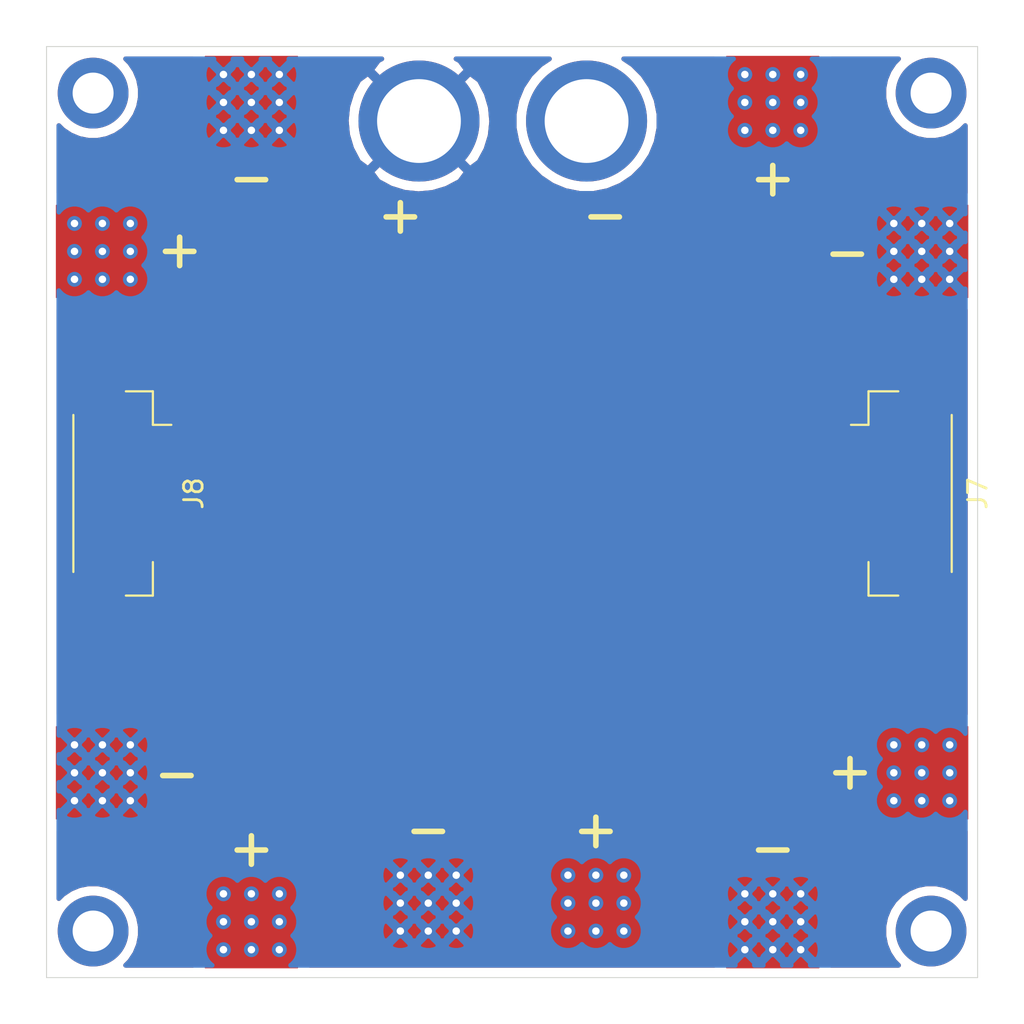
<source format=kicad_pcb>
(kicad_pcb (version 20171130) (host pcbnew "(5.1.4-0-10_14)")

  (general
    (thickness 1.6)
    (drawings 12)
    (tracks 0)
    (zones 0)
    (modules 12)
    (nets 3)
  )

  (page A4)
  (layers
    (0 F.Cu signal)
    (31 B.Cu signal)
    (32 B.Adhes user)
    (33 F.Adhes user)
    (34 B.Paste user)
    (35 F.Paste user)
    (36 B.SilkS user)
    (37 F.SilkS user)
    (38 B.Mask user)
    (39 F.Mask user)
    (40 Dwgs.User user)
    (41 Cmts.User user)
    (42 Eco1.User user)
    (43 Eco2.User user)
    (44 Edge.Cuts user)
    (45 Margin user)
    (46 B.CrtYd user)
    (47 F.CrtYd user)
    (48 B.Fab user)
    (49 F.Fab user hide)
  )

  (setup
    (last_trace_width 0.25)
    (trace_clearance 0.2)
    (zone_clearance 0.508)
    (zone_45_only no)
    (trace_min 0.2)
    (via_size 0.8)
    (via_drill 0.4)
    (via_min_size 0.4)
    (via_min_drill 0.3)
    (uvia_size 0.3)
    (uvia_drill 0.1)
    (uvias_allowed no)
    (uvia_min_size 0.2)
    (uvia_min_drill 0.1)
    (edge_width 0.05)
    (segment_width 0.2)
    (pcb_text_width 0.3)
    (pcb_text_size 1.5 1.5)
    (mod_edge_width 0.12)
    (mod_text_size 1 1)
    (mod_text_width 0.15)
    (pad_size 5 5)
    (pad_drill 0)
    (pad_to_mask_clearance 0.051)
    (solder_mask_min_width 0.25)
    (aux_axis_origin 0 0)
    (visible_elements FFFFFF7F)
    (pcbplotparams
      (layerselection 0x010fc_ffffffff)
      (usegerberextensions false)
      (usegerberattributes false)
      (usegerberadvancedattributes false)
      (creategerberjobfile false)
      (excludeedgelayer true)
      (linewidth 0.100000)
      (plotframeref false)
      (viasonmask false)
      (mode 1)
      (useauxorigin false)
      (hpglpennumber 1)
      (hpglpenspeed 20)
      (hpglpendiameter 15.000000)
      (psnegative false)
      (psa4output false)
      (plotreference true)
      (plotvalue true)
      (plotinvisibletext false)
      (padsonsilk false)
      (subtractmaskfromsilk false)
      (outputformat 1)
      (mirror false)
      (drillshape 1)
      (scaleselection 1)
      (outputdirectory ""))
  )

  (net 0 "")
  (net 1 GND)
  (net 2 VDD)

  (net_class Default "This is the default net class."
    (clearance 0.2)
    (trace_width 0.25)
    (via_dia 0.8)
    (via_drill 0.4)
    (uvia_dia 0.3)
    (uvia_drill 0.1)
    (add_net GND)
    (add_net VDD)
  )

  (module Custom:Corner-Pad (layer F.Cu) (tedit 5FF3E5F4) (tstamp 5FF2D1AC)
    (at 157 57 90)
    (path /5FF3DF27)
    (fp_text reference J3 (at 5 -2.072 90) (layer F.Fab)
      (effects (font (size 1 1) (thickness 0.15)))
    )
    (fp_text value "Corner 1" (at 5 -3.072 90) (layer F.Fab)
      (effects (font (size 1 1) (thickness 0.15)))
    )
    (fp_text user + (at -4 0 90) (layer F.SilkS)
      (effects (font (size 2 2) (thickness 0.3)))
    )
    (fp_text user - (at 0 4 180) (layer F.SilkS)
      (effects (font (size 2 2) (thickness 0.3)))
    )
    (pad 1 thru_hole circle (at 5.5 5.5 90) (size 0.8 0.8) (drill 0.4) (layers *.Cu *.Mask)
      (net 1 GND))
    (pad 1 thru_hole circle (at 4 5.5 90) (size 0.8 0.8) (drill 0.4) (layers *.Cu *.Mask)
      (net 1 GND))
    (pad 1 thru_hole circle (at 2.5 5.5 90) (size 0.8 0.8) (drill 0.4) (layers *.Cu *.Mask)
      (net 1 GND))
    (pad 1 thru_hole circle (at 2.5 4 90) (size 0.8 0.8) (drill 0.4) (layers *.Cu *.Mask)
      (net 1 GND))
    (pad 1 thru_hole circle (at 4 4 90) (size 0.8 0.8) (drill 0.4) (layers *.Cu *.Mask)
      (net 1 GND))
    (pad 1 thru_hole circle (at 5.5 4 90) (size 0.8 0.8) (drill 0.4) (layers *.Cu *.Mask)
      (net 1 GND))
    (pad 1 thru_hole circle (at 5.5 2.5 90) (size 0.8 0.8) (drill 0.4) (layers *.Cu *.Mask)
      (net 1 GND))
    (pad 1 thru_hole circle (at 4 2.5 90) (size 0.8 0.8) (drill 0.4) (layers *.Cu *.Mask)
      (net 1 GND))
    (pad 1 thru_hole circle (at 2.5 2.5 90) (size 0.8 0.8) (drill 0.4) (layers *.Cu *.Mask)
      (net 1 GND))
    (pad 2 thru_hole circle (at -5.5 -2.5 90) (size 0.8 0.8) (drill 0.4) (layers *.Cu *.Mask)
      (net 2 VDD))
    (pad 2 thru_hole circle (at -5.5 -4 90) (size 0.8 0.8) (drill 0.4) (layers *.Cu *.Mask)
      (net 2 VDD))
    (pad 2 thru_hole circle (at -4 -4 90) (size 0.8 0.8) (drill 0.4) (layers *.Cu *.Mask)
      (net 2 VDD))
    (pad 2 thru_hole circle (at -4 -2.5 90) (size 0.8 0.8) (drill 0.4) (layers *.Cu *.Mask)
      (net 2 VDD))
    (pad 2 thru_hole circle (at -2.5 -2.5 90) (size 0.8 0.8) (drill 0.4) (layers *.Cu *.Mask)
      (net 2 VDD))
    (pad 2 thru_hole circle (at -2.5 -4 90) (size 0.8 0.8) (drill 0.4) (layers *.Cu *.Mask)
      (net 2 VDD))
    (pad 2 thru_hole circle (at -2.5 -5.5 90) (size 0.8 0.8) (drill 0.4) (layers *.Cu *.Mask)
      (net 2 VDD))
    (pad 2 thru_hole circle (at -4 -5.5 90) (size 0.8 0.8) (drill 0.4) (layers *.Cu *.Mask)
      (net 2 VDD))
    (pad 2 thru_hole circle (at -5.5 -5.5 90) (size 0.8 0.8) (drill 0.4) (layers *.Cu *.Mask)
      (net 2 VDD))
    (pad 2 smd rect (at -4 -4 90) (size 5 5) (layers F.Cu F.Paste F.Mask)
      (net 2 VDD))
    (pad 1 smd rect (at 4 4 90) (size 5 5) (layers F.Cu F.Paste F.Mask)
      (net 1 GND))
  )

  (module Custom:Corner-Pad (layer F.Cu) (tedit 5FF3E5F4) (tstamp 5FF2D1C0)
    (at 157 93 180)
    (path /5FF415C6)
    (fp_text reference J6 (at 5 -2.072) (layer F.Fab)
      (effects (font (size 1 1) (thickness 0.15)))
    )
    (fp_text value "Corner 4" (at 5 -3.072) (layer F.Fab)
      (effects (font (size 1 1) (thickness 0.15)))
    )
    (fp_text user + (at -4 0) (layer F.SilkS)
      (effects (font (size 2 2) (thickness 0.3)))
    )
    (fp_text user - (at 0 4) (layer F.SilkS)
      (effects (font (size 2 2) (thickness 0.3)))
    )
    (pad 1 thru_hole circle (at 5.5 5.5 180) (size 0.8 0.8) (drill 0.4) (layers *.Cu *.Mask)
      (net 1 GND))
    (pad 1 thru_hole circle (at 4 5.5 180) (size 0.8 0.8) (drill 0.4) (layers *.Cu *.Mask)
      (net 1 GND))
    (pad 1 thru_hole circle (at 2.5 5.5 180) (size 0.8 0.8) (drill 0.4) (layers *.Cu *.Mask)
      (net 1 GND))
    (pad 1 thru_hole circle (at 2.5 4 180) (size 0.8 0.8) (drill 0.4) (layers *.Cu *.Mask)
      (net 1 GND))
    (pad 1 thru_hole circle (at 4 4 180) (size 0.8 0.8) (drill 0.4) (layers *.Cu *.Mask)
      (net 1 GND))
    (pad 1 thru_hole circle (at 5.5 4 180) (size 0.8 0.8) (drill 0.4) (layers *.Cu *.Mask)
      (net 1 GND))
    (pad 1 thru_hole circle (at 5.5 2.5 180) (size 0.8 0.8) (drill 0.4) (layers *.Cu *.Mask)
      (net 1 GND))
    (pad 1 thru_hole circle (at 4 2.5 180) (size 0.8 0.8) (drill 0.4) (layers *.Cu *.Mask)
      (net 1 GND))
    (pad 1 thru_hole circle (at 2.5 2.5 180) (size 0.8 0.8) (drill 0.4) (layers *.Cu *.Mask)
      (net 1 GND))
    (pad 2 thru_hole circle (at -5.5 -2.5 180) (size 0.8 0.8) (drill 0.4) (layers *.Cu *.Mask)
      (net 2 VDD))
    (pad 2 thru_hole circle (at -5.5 -4 180) (size 0.8 0.8) (drill 0.4) (layers *.Cu *.Mask)
      (net 2 VDD))
    (pad 2 thru_hole circle (at -4 -4 180) (size 0.8 0.8) (drill 0.4) (layers *.Cu *.Mask)
      (net 2 VDD))
    (pad 2 thru_hole circle (at -4 -2.5 180) (size 0.8 0.8) (drill 0.4) (layers *.Cu *.Mask)
      (net 2 VDD))
    (pad 2 thru_hole circle (at -2.5 -2.5 180) (size 0.8 0.8) (drill 0.4) (layers *.Cu *.Mask)
      (net 2 VDD))
    (pad 2 thru_hole circle (at -2.5 -4 180) (size 0.8 0.8) (drill 0.4) (layers *.Cu *.Mask)
      (net 2 VDD))
    (pad 2 thru_hole circle (at -2.5 -5.5 180) (size 0.8 0.8) (drill 0.4) (layers *.Cu *.Mask)
      (net 2 VDD))
    (pad 2 thru_hole circle (at -4 -5.5 180) (size 0.8 0.8) (drill 0.4) (layers *.Cu *.Mask)
      (net 2 VDD))
    (pad 2 thru_hole circle (at -5.5 -5.5 180) (size 0.8 0.8) (drill 0.4) (layers *.Cu *.Mask)
      (net 2 VDD))
    (pad 2 smd rect (at -4 -4 180) (size 5 5) (layers F.Cu F.Paste F.Mask)
      (net 2 VDD))
    (pad 1 smd rect (at 4 4 180) (size 5 5) (layers F.Cu F.Paste F.Mask)
      (net 1 GND))
  )

  (module Custom:Corner-Pad (layer F.Cu) (tedit 5FF3E5F4) (tstamp 5FF2D1B6)
    (at 193 93 270)
    (path /5FF400FC)
    (fp_text reference J5 (at 5 -2.072 90) (layer F.Fab)
      (effects (font (size 1 1) (thickness 0.15)))
    )
    (fp_text value "Corner 3" (at 5 -3.072 90) (layer F.Fab)
      (effects (font (size 1 1) (thickness 0.15)))
    )
    (fp_text user + (at -4 0 90) (layer F.SilkS)
      (effects (font (size 2 2) (thickness 0.3)))
    )
    (fp_text user - (at 0 4 180) (layer F.SilkS)
      (effects (font (size 2 2) (thickness 0.3)))
    )
    (pad 1 thru_hole circle (at 5.5 5.5 270) (size 0.8 0.8) (drill 0.4) (layers *.Cu *.Mask)
      (net 1 GND))
    (pad 1 thru_hole circle (at 4 5.5 270) (size 0.8 0.8) (drill 0.4) (layers *.Cu *.Mask)
      (net 1 GND))
    (pad 1 thru_hole circle (at 2.5 5.5 270) (size 0.8 0.8) (drill 0.4) (layers *.Cu *.Mask)
      (net 1 GND))
    (pad 1 thru_hole circle (at 2.5 4 270) (size 0.8 0.8) (drill 0.4) (layers *.Cu *.Mask)
      (net 1 GND))
    (pad 1 thru_hole circle (at 4 4 270) (size 0.8 0.8) (drill 0.4) (layers *.Cu *.Mask)
      (net 1 GND))
    (pad 1 thru_hole circle (at 5.5 4 270) (size 0.8 0.8) (drill 0.4) (layers *.Cu *.Mask)
      (net 1 GND))
    (pad 1 thru_hole circle (at 5.5 2.5 270) (size 0.8 0.8) (drill 0.4) (layers *.Cu *.Mask)
      (net 1 GND))
    (pad 1 thru_hole circle (at 4 2.5 270) (size 0.8 0.8) (drill 0.4) (layers *.Cu *.Mask)
      (net 1 GND))
    (pad 1 thru_hole circle (at 2.5 2.5 270) (size 0.8 0.8) (drill 0.4) (layers *.Cu *.Mask)
      (net 1 GND))
    (pad 2 thru_hole circle (at -5.5 -2.5 270) (size 0.8 0.8) (drill 0.4) (layers *.Cu *.Mask)
      (net 2 VDD))
    (pad 2 thru_hole circle (at -5.5 -4 270) (size 0.8 0.8) (drill 0.4) (layers *.Cu *.Mask)
      (net 2 VDD))
    (pad 2 thru_hole circle (at -4 -4 270) (size 0.8 0.8) (drill 0.4) (layers *.Cu *.Mask)
      (net 2 VDD))
    (pad 2 thru_hole circle (at -4 -2.5 270) (size 0.8 0.8) (drill 0.4) (layers *.Cu *.Mask)
      (net 2 VDD))
    (pad 2 thru_hole circle (at -2.5 -2.5 270) (size 0.8 0.8) (drill 0.4) (layers *.Cu *.Mask)
      (net 2 VDD))
    (pad 2 thru_hole circle (at -2.5 -4 270) (size 0.8 0.8) (drill 0.4) (layers *.Cu *.Mask)
      (net 2 VDD))
    (pad 2 thru_hole circle (at -2.5 -5.5 270) (size 0.8 0.8) (drill 0.4) (layers *.Cu *.Mask)
      (net 2 VDD))
    (pad 2 thru_hole circle (at -4 -5.5 270) (size 0.8 0.8) (drill 0.4) (layers *.Cu *.Mask)
      (net 2 VDD))
    (pad 2 thru_hole circle (at -5.5 -5.5 270) (size 0.8 0.8) (drill 0.4) (layers *.Cu *.Mask)
      (net 2 VDD))
    (pad 2 smd rect (at -4 -4 270) (size 5 5) (layers F.Cu F.Paste F.Mask)
      (net 2 VDD))
    (pad 1 smd rect (at 4 4 270) (size 5 5) (layers F.Cu F.Paste F.Mask)
      (net 1 GND))
  )

  (module Custom:Corner-Pad (layer F.Cu) (tedit 5FF3E5F4) (tstamp 5FF2D158)
    (at 193 57)
    (path /5FF351D4)
    (fp_text reference J4 (at 5 -2.072) (layer F.Fab)
      (effects (font (size 1 1) (thickness 0.15)))
    )
    (fp_text value "Corner 2" (at 5 -3.072) (layer F.Fab)
      (effects (font (size 1 1) (thickness 0.15)))
    )
    (fp_text user + (at -4 0) (layer F.SilkS)
      (effects (font (size 2 2) (thickness 0.3)))
    )
    (fp_text user - (at 0 4) (layer F.SilkS)
      (effects (font (size 2 2) (thickness 0.3)))
    )
    (pad 1 thru_hole circle (at 5.5 5.5) (size 0.8 0.8) (drill 0.4) (layers *.Cu *.Mask)
      (net 1 GND))
    (pad 1 thru_hole circle (at 4 5.5) (size 0.8 0.8) (drill 0.4) (layers *.Cu *.Mask)
      (net 1 GND))
    (pad 1 thru_hole circle (at 2.5 5.5) (size 0.8 0.8) (drill 0.4) (layers *.Cu *.Mask)
      (net 1 GND))
    (pad 1 thru_hole circle (at 2.5 4) (size 0.8 0.8) (drill 0.4) (layers *.Cu *.Mask)
      (net 1 GND))
    (pad 1 thru_hole circle (at 4 4) (size 0.8 0.8) (drill 0.4) (layers *.Cu *.Mask)
      (net 1 GND))
    (pad 1 thru_hole circle (at 5.5 4) (size 0.8 0.8) (drill 0.4) (layers *.Cu *.Mask)
      (net 1 GND))
    (pad 1 thru_hole circle (at 5.5 2.5) (size 0.8 0.8) (drill 0.4) (layers *.Cu *.Mask)
      (net 1 GND))
    (pad 1 thru_hole circle (at 4 2.5) (size 0.8 0.8) (drill 0.4) (layers *.Cu *.Mask)
      (net 1 GND))
    (pad 1 thru_hole circle (at 2.5 2.5) (size 0.8 0.8) (drill 0.4) (layers *.Cu *.Mask)
      (net 1 GND))
    (pad 2 thru_hole circle (at -5.5 -2.5) (size 0.8 0.8) (drill 0.4) (layers *.Cu *.Mask)
      (net 2 VDD))
    (pad 2 thru_hole circle (at -5.5 -4) (size 0.8 0.8) (drill 0.4) (layers *.Cu *.Mask)
      (net 2 VDD))
    (pad 2 thru_hole circle (at -4 -4) (size 0.8 0.8) (drill 0.4) (layers *.Cu *.Mask)
      (net 2 VDD))
    (pad 2 thru_hole circle (at -4 -2.5) (size 0.8 0.8) (drill 0.4) (layers *.Cu *.Mask)
      (net 2 VDD))
    (pad 2 thru_hole circle (at -2.5 -2.5) (size 0.8 0.8) (drill 0.4) (layers *.Cu *.Mask)
      (net 2 VDD))
    (pad 2 thru_hole circle (at -2.5 -4) (size 0.8 0.8) (drill 0.4) (layers *.Cu *.Mask)
      (net 2 VDD))
    (pad 2 thru_hole circle (at -2.5 -5.5) (size 0.8 0.8) (drill 0.4) (layers *.Cu *.Mask)
      (net 2 VDD))
    (pad 2 thru_hole circle (at -4 -5.5) (size 0.8 0.8) (drill 0.4) (layers *.Cu *.Mask)
      (net 2 VDD))
    (pad 2 thru_hole circle (at -5.5 -5.5) (size 0.8 0.8) (drill 0.4) (layers *.Cu *.Mask)
      (net 2 VDD))
    (pad 2 smd rect (at -4 -4) (size 5 5) (layers F.Cu F.Paste F.Mask)
      (net 2 VDD))
    (pad 1 smd rect (at 4 4) (size 5 5) (layers F.Cu F.Paste F.Mask)
      (net 1 GND))
  )

  (module MountingHole:MountingHole_2.2mm_M2_ISO14580_Pad locked (layer F.Cu) (tedit 56D1B4CB) (tstamp 5FF2CA6F)
    (at 197.5 52.5)
    (descr "Mounting Hole 2.2mm, M2, ISO14580")
    (tags "mounting hole 2.2mm m2 iso14580")
    (path /5FF2CFF8)
    (attr virtual)
    (fp_text reference H1 (at 0 -2.9) (layer F.Fab)
      (effects (font (size 1 1) (thickness 0.15)))
    )
    (fp_text value M2 (at 0 2.9) (layer F.Fab)
      (effects (font (size 1 1) (thickness 0.15)))
    )
    (fp_circle (center 0 0) (end 2.15 0) (layer F.CrtYd) (width 0.05))
    (fp_circle (center 0 0) (end 1.9 0) (layer Cmts.User) (width 0.15))
    (fp_text user %R (at 0.3 0) (layer F.Fab)
      (effects (font (size 1 1) (thickness 0.15)))
    )
    (pad 1 thru_hole circle (at 0 0) (size 3.8 3.8) (drill 2.2) (layers *.Cu *.Mask))
  )

  (module MountingHole:MountingHole_2.2mm_M2_ISO14580_Pad locked (layer F.Cu) (tedit 56D1B4CB) (tstamp 5FF2CA77)
    (at 197.5 97.5)
    (descr "Mounting Hole 2.2mm, M2, ISO14580")
    (tags "mounting hole 2.2mm m2 iso14580")
    (path /5FF2E103)
    (attr virtual)
    (fp_text reference H2 (at 0 -2.9) (layer F.Fab)
      (effects (font (size 1 1) (thickness 0.15)))
    )
    (fp_text value M2 (at 0 2.9) (layer F.Fab)
      (effects (font (size 1 1) (thickness 0.15)))
    )
    (fp_circle (center 0 0) (end 2.15 0) (layer F.CrtYd) (width 0.05))
    (fp_circle (center 0 0) (end 1.9 0) (layer Cmts.User) (width 0.15))
    (fp_text user %R (at 0.3 0) (layer F.Fab)
      (effects (font (size 1 1) (thickness 0.15)))
    )
    (pad 1 thru_hole circle (at 0 0) (size 3.8 3.8) (drill 2.2) (layers *.Cu *.Mask))
  )

  (module MountingHole:MountingHole_2.2mm_M2_ISO14580_Pad locked (layer F.Cu) (tedit 56D1B4CB) (tstamp 5FF2CA7F)
    (at 152.5 52.5)
    (descr "Mounting Hole 2.2mm, M2, ISO14580")
    (tags "mounting hole 2.2mm m2 iso14580")
    (path /5FF2E54D)
    (attr virtual)
    (fp_text reference H3 (at 0 -2.9) (layer F.Fab)
      (effects (font (size 1 1) (thickness 0.15)))
    )
    (fp_text value M2 (at 0 2.9) (layer F.Fab)
      (effects (font (size 1 1) (thickness 0.15)))
    )
    (fp_circle (center 0 0) (end 2.15 0) (layer F.CrtYd) (width 0.05))
    (fp_circle (center 0 0) (end 1.9 0) (layer Cmts.User) (width 0.15))
    (fp_text user %R (at 0.3 0) (layer F.Fab)
      (effects (font (size 1 1) (thickness 0.15)))
    )
    (pad 1 thru_hole circle (at 0 0) (size 3.8 3.8) (drill 2.2) (layers *.Cu *.Mask))
  )

  (module MountingHole:MountingHole_2.2mm_M2_ISO14580_Pad locked (layer F.Cu) (tedit 56D1B4CB) (tstamp 5FF2CA87)
    (at 152.5 97.5)
    (descr "Mounting Hole 2.2mm, M2, ISO14580")
    (tags "mounting hole 2.2mm m2 iso14580")
    (path /5FF2E7BB)
    (attr virtual)
    (fp_text reference H4 (at 0 -2.9) (layer F.Fab)
      (effects (font (size 1 1) (thickness 0.15)))
    )
    (fp_text value M2 (at 0 2.9) (layer F.Fab)
      (effects (font (size 1 1) (thickness 0.15)))
    )
    (fp_circle (center 0 0) (end 2.15 0) (layer F.CrtYd) (width 0.05))
    (fp_circle (center 0 0) (end 1.9 0) (layer Cmts.User) (width 0.15))
    (fp_text user %R (at 0.3 0) (layer F.Fab)
      (effects (font (size 1 1) (thickness 0.15)))
    )
    (pad 1 thru_hole circle (at 0 0) (size 3.8 3.8) (drill 2.2) (layers *.Cu *.Mask))
  )

  (module Connector_JST:JST_GH_SM06B-GHS-TB_1x06-1MP_P1.25mm_Horizontal (layer F.Cu) (tedit 5B78AD87) (tstamp 5FF2CDCF)
    (at 154 74 270)
    (descr "JST GH series connector, SM06B-GHS-TB (http://www.jst-mfg.com/product/pdf/eng/eGH.pdf), generated with kicad-footprint-generator")
    (tags "connector JST GH top entry")
    (path /5FF27D85)
    (attr smd)
    (fp_text reference J8 (at 0 -3.9 90) (layer F.SilkS)
      (effects (font (size 1 1) (thickness 0.15)))
    )
    (fp_text value "Flight Controller" (at 0 3.9 90) (layer F.Fab)
      (effects (font (size 1 1) (thickness 0.15)))
    )
    (fp_text user %R (at 0 0 90) (layer F.Fab)
      (effects (font (size 1 1) (thickness 0.15)))
    )
    (fp_line (start -3.125 -0.892893) (end -2.625 -1.6) (layer F.Fab) (width 0.1))
    (fp_line (start -3.625 -1.6) (end -3.125 -0.892893) (layer F.Fab) (width 0.1))
    (fp_line (start 5.98 -3.2) (end -5.98 -3.2) (layer F.CrtYd) (width 0.05))
    (fp_line (start 5.98 3.2) (end 5.98 -3.2) (layer F.CrtYd) (width 0.05))
    (fp_line (start -5.98 3.2) (end 5.98 3.2) (layer F.CrtYd) (width 0.05))
    (fp_line (start -5.98 -3.2) (end -5.98 3.2) (layer F.CrtYd) (width 0.05))
    (fp_line (start 5.375 -1.6) (end 5.375 2.45) (layer F.Fab) (width 0.1))
    (fp_line (start -5.375 -1.6) (end -5.375 2.45) (layer F.Fab) (width 0.1))
    (fp_line (start -5.375 2.45) (end 5.375 2.45) (layer F.Fab) (width 0.1))
    (fp_line (start -4.215 2.56) (end 4.215 2.56) (layer F.SilkS) (width 0.12))
    (fp_line (start 5.485 -1.71) (end 3.685 -1.71) (layer F.SilkS) (width 0.12))
    (fp_line (start 5.485 -0.26) (end 5.485 -1.71) (layer F.SilkS) (width 0.12))
    (fp_line (start -3.685 -1.71) (end -3.685 -2.7) (layer F.SilkS) (width 0.12))
    (fp_line (start -5.485 -1.71) (end -3.685 -1.71) (layer F.SilkS) (width 0.12))
    (fp_line (start -5.485 -0.26) (end -5.485 -1.71) (layer F.SilkS) (width 0.12))
    (fp_line (start -5.375 -1.6) (end 5.375 -1.6) (layer F.Fab) (width 0.1))
    (pad MP smd roundrect (at 4.975 1.35 270) (size 1 2.7) (layers F.Cu F.Paste F.Mask) (roundrect_rratio 0.25))
    (pad MP smd roundrect (at -4.975 1.35 270) (size 1 2.7) (layers F.Cu F.Paste F.Mask) (roundrect_rratio 0.25))
    (pad 6 smd roundrect (at 3.125 -1.85 270) (size 0.6 1.7) (layers F.Cu F.Paste F.Mask) (roundrect_rratio 0.25)
      (net 2 VDD))
    (pad 5 smd roundrect (at 1.875 -1.85 270) (size 0.6 1.7) (layers F.Cu F.Paste F.Mask) (roundrect_rratio 0.25)
      (net 2 VDD))
    (pad 4 smd roundrect (at 0.625 -1.85 270) (size 0.6 1.7) (layers F.Cu F.Paste F.Mask) (roundrect_rratio 0.25)
      (net 2 VDD))
    (pad 3 smd roundrect (at -0.625 -1.85 270) (size 0.6 1.7) (layers F.Cu F.Paste F.Mask) (roundrect_rratio 0.25)
      (net 1 GND))
    (pad 2 smd roundrect (at -1.875 -1.85 270) (size 0.6 1.7) (layers F.Cu F.Paste F.Mask) (roundrect_rratio 0.25)
      (net 1 GND))
    (pad 1 smd roundrect (at -3.125 -1.85 270) (size 0.6 1.7) (layers F.Cu F.Paste F.Mask) (roundrect_rratio 0.25)
      (net 1 GND))
    (model ${KISYS3DMOD}/Connector_JST.3dshapes/JST_GH_SM06B-GHS-TB_1x06-1MP_P1.25mm_Horizontal.wrl
      (at (xyz 0 0 0))
      (scale (xyz 1 1 1))
      (rotate (xyz 0 0 0))
    )
  )

  (module Custom:SMD-Power (layer F.Cu) (tedit 5FF3ED35) (tstamp 5FF3F150)
    (at 175 96 180)
    (path /5FF276FB)
    (fp_text reference J1 (at 0 -3.5) (layer F.Fab)
      (effects (font (size 1 1) (thickness 0.15)))
    )
    (fp_text value "Power in SMD" (at 0 -4.5) (layer F.Fab)
      (effects (font (size 1 1) (thickness 0.15)))
    )
    (fp_text user + (at -4.5 4) (layer F.SilkS)
      (effects (font (size 2 2) (thickness 0.3)))
    )
    (fp_text user - (at 4.5 4) (layer F.SilkS)
      (effects (font (size 2 2) (thickness 0.3)))
    )
    (pad 2 smd rect (at -4.5 0 180) (size 5 5) (layers F.Cu F.Paste F.Mask)
      (net 2 VDD))
    (pad 2 thru_hole circle (at -4.5 1.5 180) (size 0.8 0.8) (drill 0.4) (layers *.Cu *.Mask)
      (net 2 VDD))
    (pad 2 thru_hole circle (at -4.5 0 180) (size 0.8 0.8) (drill 0.4) (layers *.Cu *.Mask)
      (net 2 VDD))
    (pad 1 smd rect (at 4.5 0 180) (size 5 5) (layers F.Cu F.Paste F.Mask)
      (net 1 GND))
    (pad 2 thru_hole circle (at -6 0 180) (size 0.8 0.8) (drill 0.4) (layers *.Cu *.Mask)
      (net 2 VDD))
    (pad 2 thru_hole circle (at -6 1.5 180) (size 0.8 0.8) (drill 0.4) (layers *.Cu *.Mask)
      (net 2 VDD))
    (pad 2 thru_hole circle (at -6 -1.5 180) (size 0.8 0.8) (drill 0.4) (layers *.Cu *.Mask)
      (net 2 VDD))
    (pad 2 thru_hole circle (at -4.5 -1.5 180) (size 0.8 0.8) (drill 0.4) (layers *.Cu *.Mask)
      (net 2 VDD))
    (pad 2 thru_hole circle (at -3 -1.5 180) (size 0.8 0.8) (drill 0.4) (layers *.Cu *.Mask)
      (net 2 VDD))
    (pad 1 thru_hole circle (at 3 -1.5 180) (size 0.8 0.8) (drill 0.4) (layers *.Cu *.Mask)
      (net 1 GND))
    (pad 1 thru_hole circle (at 4.5 -1.5 180) (size 0.8 0.8) (drill 0.4) (layers *.Cu *.Mask)
      (net 1 GND))
    (pad 1 thru_hole circle (at 6 -1.5 180) (size 0.8 0.8) (drill 0.4) (layers *.Cu *.Mask)
      (net 1 GND))
    (pad 1 thru_hole circle (at 6 0 180) (size 0.8 0.8) (drill 0.4) (layers *.Cu *.Mask)
      (net 1 GND))
    (pad 1 thru_hole circle (at 4.5 0 180) (size 0.8 0.8) (drill 0.4) (layers *.Cu *.Mask)
      (net 1 GND))
    (pad 1 thru_hole circle (at 3 0 180) (size 0.8 0.8) (drill 0.4) (layers *.Cu *.Mask)
      (net 1 GND))
    (pad 1 thru_hole circle (at 3 1.5 180) (size 0.8 0.8) (drill 0.4) (layers *.Cu *.Mask)
      (net 1 GND))
    (pad 1 thru_hole circle (at 4.5 1.5 180) (size 0.8 0.8) (drill 0.4) (layers *.Cu *.Mask)
      (net 1 GND))
    (pad 1 thru_hole circle (at 6 1.5 180) (size 0.8 0.8) (drill 0.4) (layers *.Cu *.Mask)
      (net 1 GND))
    (pad 2 thru_hole circle (at -3 0 180) (size 0.8 0.8) (drill 0.4) (layers *.Cu *.Mask)
      (net 2 VDD))
    (pad 2 thru_hole circle (at -3 1.5 180) (size 0.8 0.8) (drill 0.4) (layers *.Cu *.Mask)
      (net 2 VDD))
  )

  (module Custom:THR-Power (layer F.Cu) (tedit 5FF3ED4C) (tstamp 5FF3F158)
    (at 174.5 54)
    (path /5FF513A7)
    (fp_text reference J2 (at 0 -4) (layer F.Fab)
      (effects (font (size 1 1) (thickness 0.15)))
    )
    (fp_text value "Power in THR" (at 0 -5.5) (layer F.Fab)
      (effects (font (size 1 1) (thickness 0.15)))
    )
    (fp_text user + (at -5.5 5) (layer F.SilkS)
      (effects (font (size 2 2) (thickness 0.3)))
    )
    (fp_text user - (at 5.5 5) (layer F.SilkS)
      (effects (font (size 2 2) (thickness 0.3)))
    )
    (pad 2 thru_hole circle (at 4.5 0) (size 6.5 6.5) (drill 4.5) (layers *.Cu *.Mask)
      (net 2 VDD))
    (pad 1 thru_hole circle (at -4.5 0) (size 6.5 6.5) (drill 4.5) (layers *.Cu *.Mask)
      (net 1 GND))
  )

  (module Connector_JST:JST_GH_BM06B-GHS-TBT_1x06-1MP_P1.25mm_Vertical (layer F.Cu) (tedit 5B78AD87) (tstamp 5FF3FDEF)
    (at 196 74 270)
    (descr "JST GH series connector, BM06B-GHS-TBT (http://www.jst-mfg.com/product/pdf/eng/eGH.pdf), generated with kicad-footprint-generator")
    (tags "connector JST GH side entry")
    (path /5FF55721)
    (attr smd)
    (fp_text reference J7 (at 0 -4 90) (layer F.SilkS)
      (effects (font (size 1 1) (thickness 0.15)))
    )
    (fp_text value "Flight Controller" (at 0 4 90) (layer F.Fab)
      (effects (font (size 1 1) (thickness 0.15)))
    )
    (fp_text user %R (at 0 -1.5 90) (layer F.Fab)
      (effects (font (size 1 1) (thickness 0.15)))
    )
    (fp_line (start -3.125 1.042893) (end -2.625 1.75) (layer F.Fab) (width 0.1))
    (fp_line (start -3.625 1.75) (end -3.125 1.042893) (layer F.Fab) (width 0.1))
    (fp_line (start 5.98 -3.3) (end -5.98 -3.3) (layer F.CrtYd) (width 0.05))
    (fp_line (start 5.98 3.3) (end 5.98 -3.3) (layer F.CrtYd) (width 0.05))
    (fp_line (start -5.98 3.3) (end 5.98 3.3) (layer F.CrtYd) (width 0.05))
    (fp_line (start -5.98 -3.3) (end -5.98 3.3) (layer F.CrtYd) (width 0.05))
    (fp_line (start 3.375 -0.5) (end 2.875 -0.5) (layer F.Fab) (width 0.1))
    (fp_line (start 3.375 0) (end 3.375 -0.5) (layer F.Fab) (width 0.1))
    (fp_line (start 2.875 0) (end 3.375 0) (layer F.Fab) (width 0.1))
    (fp_line (start 2.875 -0.5) (end 2.875 0) (layer F.Fab) (width 0.1))
    (fp_line (start 2.125 -0.5) (end 1.625 -0.5) (layer F.Fab) (width 0.1))
    (fp_line (start 2.125 0) (end 2.125 -0.5) (layer F.Fab) (width 0.1))
    (fp_line (start 1.625 0) (end 2.125 0) (layer F.Fab) (width 0.1))
    (fp_line (start 1.625 -0.5) (end 1.625 0) (layer F.Fab) (width 0.1))
    (fp_line (start 0.875 -0.5) (end 0.375 -0.5) (layer F.Fab) (width 0.1))
    (fp_line (start 0.875 0) (end 0.875 -0.5) (layer F.Fab) (width 0.1))
    (fp_line (start 0.375 0) (end 0.875 0) (layer F.Fab) (width 0.1))
    (fp_line (start 0.375 -0.5) (end 0.375 0) (layer F.Fab) (width 0.1))
    (fp_line (start -0.375 -0.5) (end -0.875 -0.5) (layer F.Fab) (width 0.1))
    (fp_line (start -0.375 0) (end -0.375 -0.5) (layer F.Fab) (width 0.1))
    (fp_line (start -0.875 0) (end -0.375 0) (layer F.Fab) (width 0.1))
    (fp_line (start -0.875 -0.5) (end -0.875 0) (layer F.Fab) (width 0.1))
    (fp_line (start -1.625 -0.5) (end -2.125 -0.5) (layer F.Fab) (width 0.1))
    (fp_line (start -1.625 0) (end -1.625 -0.5) (layer F.Fab) (width 0.1))
    (fp_line (start -2.125 0) (end -1.625 0) (layer F.Fab) (width 0.1))
    (fp_line (start -2.125 -0.5) (end -2.125 0) (layer F.Fab) (width 0.1))
    (fp_line (start -2.875 -0.5) (end -3.375 -0.5) (layer F.Fab) (width 0.1))
    (fp_line (start -2.875 0) (end -2.875 -0.5) (layer F.Fab) (width 0.1))
    (fp_line (start -3.375 0) (end -2.875 0) (layer F.Fab) (width 0.1))
    (fp_line (start -3.375 -0.5) (end -3.375 0) (layer F.Fab) (width 0.1))
    (fp_line (start 5.375 1.75) (end 5.375 -2.5) (layer F.Fab) (width 0.1))
    (fp_line (start -5.375 1.75) (end -5.375 -2.5) (layer F.Fab) (width 0.1))
    (fp_line (start -5.375 -2.5) (end 5.375 -2.5) (layer F.Fab) (width 0.1))
    (fp_line (start -4.215 -2.61) (end 4.215 -2.61) (layer F.SilkS) (width 0.12))
    (fp_line (start 5.485 1.86) (end 3.685 1.86) (layer F.SilkS) (width 0.12))
    (fp_line (start 5.485 0.26) (end 5.485 1.86) (layer F.SilkS) (width 0.12))
    (fp_line (start -3.685 1.86) (end -3.685 2.8) (layer F.SilkS) (width 0.12))
    (fp_line (start -5.485 1.86) (end -3.685 1.86) (layer F.SilkS) (width 0.12))
    (fp_line (start -5.485 0.26) (end -5.485 1.86) (layer F.SilkS) (width 0.12))
    (fp_line (start -5.375 1.75) (end 5.375 1.75) (layer F.Fab) (width 0.1))
    (pad MP smd roundrect (at 4.975 -1.4 270) (size 1 2.8) (layers F.Cu F.Paste F.Mask) (roundrect_rratio 0.25))
    (pad MP smd roundrect (at -4.975 -1.4 270) (size 1 2.8) (layers F.Cu F.Paste F.Mask) (roundrect_rratio 0.25))
    (pad 6 smd roundrect (at 3.125 1.95 270) (size 0.6 1.7) (layers F.Cu F.Paste F.Mask) (roundrect_rratio 0.25)
      (net 2 VDD))
    (pad 5 smd roundrect (at 1.875 1.95 270) (size 0.6 1.7) (layers F.Cu F.Paste F.Mask) (roundrect_rratio 0.25)
      (net 2 VDD))
    (pad 4 smd roundrect (at 0.625 1.95 270) (size 0.6 1.7) (layers F.Cu F.Paste F.Mask) (roundrect_rratio 0.25)
      (net 2 VDD))
    (pad 3 smd roundrect (at -0.625 1.95 270) (size 0.6 1.7) (layers F.Cu F.Paste F.Mask) (roundrect_rratio 0.25)
      (net 1 GND))
    (pad 2 smd roundrect (at -1.875 1.95 270) (size 0.6 1.7) (layers F.Cu F.Paste F.Mask) (roundrect_rratio 0.25)
      (net 1 GND))
    (pad 1 smd roundrect (at -3.125 1.95 270) (size 0.6 1.7) (layers F.Cu F.Paste F.Mask) (roundrect_rratio 0.25)
      (net 1 GND))
    (model ${KISYS3DMOD}/Connector_JST.3dshapes/JST_GH_BM06B-GHS-TBT_1x06-1MP_P1.25mm_Vertical.wrl
      (at (xyz 0 0 0))
      (scale (xyz 1 1 1))
      (rotate (xyz 0 0 0))
    )
  )

  (dimension 45 (width 0.15) (layer F.Fab)
    (gr_text "45.000 mm" (at 207.3 75 270) (layer F.Fab)
      (effects (font (size 1 1) (thickness 0.15)))
    )
    (feature1 (pts (xy 197.5 97.5) (xy 206.586421 97.5)))
    (feature2 (pts (xy 197.5 52.5) (xy 206.586421 52.5)))
    (crossbar (pts (xy 206 52.5) (xy 206 97.5)))
    (arrow1a (pts (xy 206 97.5) (xy 205.413579 96.373496)))
    (arrow1b (pts (xy 206 97.5) (xy 206.586421 96.373496)))
    (arrow2a (pts (xy 206 52.5) (xy 205.413579 53.626504)))
    (arrow2b (pts (xy 206 52.5) (xy 206.586421 53.626504)))
  )
  (dimension 45 (width 0.15) (layer F.Fab)
    (gr_text "45.000 mm" (at 175 44.7) (layer F.Fab)
      (effects (font (size 1 1) (thickness 0.15)))
    )
    (feature1 (pts (xy 197.5 52.5) (xy 197.5 45.413579)))
    (feature2 (pts (xy 152.5 52.5) (xy 152.5 45.413579)))
    (crossbar (pts (xy 152.5 46) (xy 197.5 46)))
    (arrow1a (pts (xy 197.5 46) (xy 196.373496 46.586421)))
    (arrow1b (pts (xy 197.5 46) (xy 196.373496 45.413579)))
    (arrow2a (pts (xy 152.5 46) (xy 153.626504 46.586421)))
    (arrow2b (pts (xy 152.5 46) (xy 153.626504 45.413579)))
  )
  (dimension 45 (width 0.15) (layer F.Fab)
    (gr_text "45.000 mm" (at 139.700001 75 270) (layer F.Fab)
      (effects (font (size 1 1) (thickness 0.15)))
    )
    (feature1 (pts (xy 152.5 97.5) (xy 140.41358 97.5)))
    (feature2 (pts (xy 152.5 52.5) (xy 140.41358 52.5)))
    (crossbar (pts (xy 141.000001 52.5) (xy 141.000001 97.5)))
    (arrow1a (pts (xy 141.000001 97.5) (xy 140.41358 96.373496)))
    (arrow1b (pts (xy 141.000001 97.5) (xy 141.586422 96.373496)))
    (arrow2a (pts (xy 141.000001 52.5) (xy 140.41358 53.626504)))
    (arrow2b (pts (xy 141.000001 52.5) (xy 141.586422 53.626504)))
  )
  (dimension 45 (width 0.15) (layer F.Fab)
    (gr_text "45.000 mm" (at 175 107.299999) (layer F.Fab)
      (effects (font (size 1 1) (thickness 0.15)))
    )
    (feature1 (pts (xy 197.5 97.5) (xy 197.5 106.58642)))
    (feature2 (pts (xy 152.5 97.5) (xy 152.5 106.58642)))
    (crossbar (pts (xy 152.5 105.999999) (xy 197.5 105.999999)))
    (arrow1a (pts (xy 197.5 105.999999) (xy 196.373496 106.58642)))
    (arrow1b (pts (xy 197.5 105.999999) (xy 196.373496 105.413578)))
    (arrow2a (pts (xy 152.5 105.999999) (xy 153.626504 106.58642)))
    (arrow2b (pts (xy 152.5 105.999999) (xy 153.626504 105.413578)))
  )
  (dimension 50 (width 0.15) (layer F.Fab)
    (gr_text "50.000 mm" (at 175 41.7) (layer F.Fab)
      (effects (font (size 1 1) (thickness 0.15)))
    )
    (feature1 (pts (xy 200 50) (xy 200 42.413579)))
    (feature2 (pts (xy 150 50) (xy 150 42.413579)))
    (crossbar (pts (xy 150 43) (xy 200 43)))
    (arrow1a (pts (xy 200 43) (xy 198.873496 43.586421)))
    (arrow1b (pts (xy 200 43) (xy 198.873496 42.413579)))
    (arrow2a (pts (xy 150 43) (xy 151.126504 43.586421)))
    (arrow2b (pts (xy 150 43) (xy 151.126504 42.413579)))
  )
  (dimension 50 (width 0.15) (layer F.Fab)
    (gr_text "50.000 mm" (at 214.3 75 90) (layer F.Fab)
      (effects (font (size 1 1) (thickness 0.15)))
    )
    (feature1 (pts (xy 200 50) (xy 213.586421 50)))
    (feature2 (pts (xy 200 100) (xy 213.586421 100)))
    (crossbar (pts (xy 213 100) (xy 213 50)))
    (arrow1a (pts (xy 213 50) (xy 213.586421 51.126504)))
    (arrow1b (pts (xy 213 50) (xy 212.413579 51.126504)))
    (arrow2a (pts (xy 213 100) (xy 213.586421 98.873496)))
    (arrow2b (pts (xy 213 100) (xy 212.413579 98.873496)))
  )
  (dimension 50 (width 0.15) (layer F.Fab)
    (gr_text "50.000 mm" (at 175 111.299999) (layer F.Fab)
      (effects (font (size 1 1) (thickness 0.15)))
    )
    (feature1 (pts (xy 200 100) (xy 200 110.58642)))
    (feature2 (pts (xy 150 100) (xy 150 110.58642)))
    (crossbar (pts (xy 150 109.999999) (xy 200 109.999999)))
    (arrow1a (pts (xy 200 109.999999) (xy 198.873496 110.58642)))
    (arrow1b (pts (xy 200 109.999999) (xy 198.873496 109.413578)))
    (arrow2a (pts (xy 150 109.999999) (xy 151.126504 110.58642)))
    (arrow2b (pts (xy 150 109.999999) (xy 151.126504 109.413578)))
  )
  (dimension 50 (width 0.15) (layer F.Fab)
    (gr_text "50.000 mm" (at 131.7 75 90) (layer F.Fab)
      (effects (font (size 1 1) (thickness 0.15)))
    )
    (feature1 (pts (xy 150 50) (xy 132.413579 50)))
    (feature2 (pts (xy 150 100) (xy 132.413579 100)))
    (crossbar (pts (xy 133 100) (xy 133 50)))
    (arrow1a (pts (xy 133 50) (xy 133.586421 51.126504)))
    (arrow1b (pts (xy 133 50) (xy 132.413579 51.126504)))
    (arrow2a (pts (xy 133 100) (xy 133.586421 98.873496)))
    (arrow2b (pts (xy 133 100) (xy 132.413579 98.873496)))
  )
  (gr_line (start 150 100) (end 150 50) (layer Edge.Cuts) (width 0.05) (tstamp 5FF2CAF2))
  (gr_line (start 200 100) (end 150 100) (layer Edge.Cuts) (width 0.05))
  (gr_line (start 200 50) (end 200 100) (layer Edge.Cuts) (width 0.05))
  (gr_line (start 150 50) (end 200 50) (layer Edge.Cuts) (width 0.05))

  (zone (net 1) (net_name GND) (layer F.Cu) (tstamp 0) (hatch edge 0.508)
    (connect_pads (clearance 0.508))
    (min_thickness 0.254)
    (fill yes (arc_segments 32) (thermal_gap 0.508) (thermal_bridge_width 0.508))
    (polygon
      (pts
        (xy 147.5 47.5) (xy 147.5 102.5) (xy 202.5 102.5) (xy 202.5 47.5)
      )
    )
    (filled_polygon
      (pts
        (xy 157.865 52.71425) (xy 158.02375 52.873) (xy 158.468692 52.873) (xy 158.466649 52.882523) (xy 158.463587 53.086377)
        (xy 158.471035 53.127) (xy 158.02375 53.127) (xy 157.865 53.28575) (xy 157.861928 55.5) (xy 157.874188 55.624482)
        (xy 157.910498 55.74418) (xy 157.969463 55.854494) (xy 158.048815 55.951185) (xy 158.145506 56.030537) (xy 158.25582 56.089502)
        (xy 158.375518 56.125812) (xy 158.5 56.138072) (xy 160.71425 56.135) (xy 160.873 55.97625) (xy 160.873 55.531308)
        (xy 160.882523 55.533351) (xy 161.086377 55.536413) (xy 161.127 55.528965) (xy 161.127 55.97625) (xy 161.28575 56.135)
        (xy 163.5 56.138072) (xy 163.624482 56.125812) (xy 163.74418 56.089502) (xy 163.854494 56.030537) (xy 163.951185 55.951185)
        (xy 164.030537 55.854494) (xy 164.089502 55.74418) (xy 164.125812 55.624482) (xy 164.138072 55.5) (xy 164.135955 53.973721)
        (xy 166.09629 53.973721) (xy 166.166172 54.735803) (xy 166.383386 55.469608) (xy 166.739584 56.146936) (xy 166.768784 56.190635)
        (xy 167.263572 56.556823) (xy 169.820395 54) (xy 170.179605 54) (xy 172.736428 56.556823) (xy 173.231216 56.190635)
        (xy 173.596501 55.518163) (xy 173.823575 54.78735) (xy 173.90371 54.026279) (xy 173.833828 53.264197) (xy 173.616614 52.530392)
        (xy 173.260416 51.853064) (xy 173.231216 51.809365) (xy 172.736428 51.443177) (xy 170.179605 54) (xy 169.820395 54)
        (xy 167.263572 51.443177) (xy 166.768784 51.809365) (xy 166.403499 52.481837) (xy 166.176425 53.21265) (xy 166.09629 53.973721)
        (xy 164.135955 53.973721) (xy 164.135 53.28575) (xy 163.97625 53.127) (xy 163.531308 53.127) (xy 163.533351 53.117477)
        (xy 163.536413 52.913623) (xy 163.528965 52.873) (xy 163.97625 52.873) (xy 164.135 52.71425) (xy 164.13785 50.66)
        (xy 168.004397 50.66) (xy 167.853064 50.739584) (xy 167.809365 50.768784) (xy 167.443177 51.263572) (xy 170 53.820395)
        (xy 172.556823 51.263572) (xy 172.190635 50.768784) (xy 171.990369 50.66) (xy 177.005848 50.66) (xy 176.523457 50.982323)
        (xy 175.982323 51.523457) (xy 175.557158 52.159762) (xy 175.264298 52.866787) (xy 175.115 53.617361) (xy 175.115 54.382639)
        (xy 175.264298 55.133213) (xy 175.557158 55.840238) (xy 175.982323 56.476543) (xy 176.523457 57.017677) (xy 177.159762 57.442842)
        (xy 177.866787 57.735702) (xy 178.617361 57.885) (xy 179.382639 57.885) (xy 180.133213 57.735702) (xy 180.840238 57.442842)
        (xy 181.476543 57.017677) (xy 182.017677 56.476543) (xy 182.442842 55.840238) (xy 182.735702 55.133213) (xy 182.885 54.382639)
        (xy 182.885 53.617361) (xy 182.735702 52.866787) (xy 182.442842 52.159762) (xy 182.017677 51.523457) (xy 181.476543 50.982323)
        (xy 180.994152 50.66) (xy 185.861928 50.66) (xy 185.861928 55.5) (xy 185.874188 55.624482) (xy 185.910498 55.74418)
        (xy 185.969463 55.854494) (xy 186.048815 55.951185) (xy 186.145506 56.030537) (xy 186.25582 56.089502) (xy 186.375518 56.125812)
        (xy 186.5 56.138072) (xy 191.5 56.138072) (xy 191.624482 56.125812) (xy 191.74418 56.089502) (xy 191.854494 56.030537)
        (xy 191.951185 55.951185) (xy 192.030537 55.854494) (xy 192.089502 55.74418) (xy 192.125812 55.624482) (xy 192.138072 55.5)
        (xy 192.138072 50.66) (xy 195.754969 50.66) (xy 195.530937 50.884032) (xy 195.253512 51.299227) (xy 195.062418 51.760568)
        (xy 194.965 52.250324) (xy 194.965 52.749676) (xy 195.062418 53.239432) (xy 195.253512 53.700773) (xy 195.530937 54.115968)
        (xy 195.884032 54.469063) (xy 196.299227 54.746488) (xy 196.760568 54.937582) (xy 197.250324 55.035) (xy 197.749676 55.035)
        (xy 198.239432 54.937582) (xy 198.700773 54.746488) (xy 199.115968 54.469063) (xy 199.34 54.245031) (xy 199.34 57.86215)
        (xy 197.28575 57.865) (xy 197.127 58.02375) (xy 197.127 58.468692) (xy 197.117477 58.466649) (xy 196.913623 58.463587)
        (xy 196.873 58.471035) (xy 196.873 58.02375) (xy 196.71425 57.865) (xy 194.5 57.861928) (xy 194.375518 57.874188)
        (xy 194.25582 57.910498) (xy 194.145506 57.969463) (xy 194.048815 58.048815) (xy 193.969463 58.145506) (xy 193.910498 58.25582)
        (xy 193.874188 58.375518) (xy 193.861928 58.5) (xy 193.865 60.71425) (xy 194.02375 60.873) (xy 194.468692 60.873)
        (xy 194.466649 60.882523) (xy 194.463587 61.086377) (xy 194.471035 61.127) (xy 194.02375 61.127) (xy 193.865 61.28575)
        (xy 193.861928 63.5) (xy 193.874188 63.624482) (xy 193.910498 63.74418) (xy 193.969463 63.854494) (xy 194.048815 63.951185)
        (xy 194.145506 64.030537) (xy 194.25582 64.089502) (xy 194.375518 64.125812) (xy 194.5 64.138072) (xy 196.71425 64.135)
        (xy 196.873 63.97625) (xy 196.873 63.531308) (xy 196.882523 63.533351) (xy 197.086377 63.536413) (xy 197.127 63.528965)
        (xy 197.127 63.97625) (xy 197.28575 64.135) (xy 199.34 64.13785) (xy 199.340001 85.861928) (xy 194.5 85.861928)
        (xy 194.375518 85.874188) (xy 194.25582 85.910498) (xy 194.145506 85.969463) (xy 194.048815 86.048815) (xy 193.969463 86.145506)
        (xy 193.910498 86.25582) (xy 193.874188 86.375518) (xy 193.861928 86.5) (xy 193.861928 91.5) (xy 193.874188 91.624482)
        (xy 193.910498 91.74418) (xy 193.969463 91.854494) (xy 194.048815 91.951185) (xy 194.145506 92.030537) (xy 194.25582 92.089502)
        (xy 194.375518 92.125812) (xy 194.5 92.138072) (xy 199.340001 92.138072) (xy 199.340001 95.75497) (xy 199.115968 95.530937)
        (xy 198.700773 95.253512) (xy 198.239432 95.062418) (xy 197.749676 94.965) (xy 197.250324 94.965) (xy 196.760568 95.062418)
        (xy 196.299227 95.253512) (xy 195.884032 95.530937) (xy 195.530937 95.884032) (xy 195.253512 96.299227) (xy 195.062418 96.760568)
        (xy 194.965 97.250324) (xy 194.965 97.749676) (xy 195.062418 98.239432) (xy 195.253512 98.700773) (xy 195.530937 99.115968)
        (xy 195.754969 99.34) (xy 192.13785 99.34) (xy 192.135 97.28575) (xy 191.97625 97.127) (xy 191.531308 97.127)
        (xy 191.533351 97.117477) (xy 191.536413 96.913623) (xy 191.528965 96.873) (xy 191.97625 96.873) (xy 192.135 96.71425)
        (xy 192.138072 94.5) (xy 192.125812 94.375518) (xy 192.089502 94.25582) (xy 192.030537 94.145506) (xy 191.951185 94.048815)
        (xy 191.854494 93.969463) (xy 191.74418 93.910498) (xy 191.624482 93.874188) (xy 191.5 93.861928) (xy 189.28575 93.865)
        (xy 189.127 94.02375) (xy 189.127 94.468692) (xy 189.117477 94.466649) (xy 188.913623 94.463587) (xy 188.873 94.471035)
        (xy 188.873 94.02375) (xy 188.71425 93.865) (xy 186.5 93.861928) (xy 186.375518 93.874188) (xy 186.25582 93.910498)
        (xy 186.145506 93.969463) (xy 186.048815 94.048815) (xy 185.969463 94.145506) (xy 185.910498 94.25582) (xy 185.874188 94.375518)
        (xy 185.861928 94.5) (xy 185.865 96.71425) (xy 186.02375 96.873) (xy 186.468692 96.873) (xy 186.466649 96.882523)
        (xy 186.463587 97.086377) (xy 186.471035 97.127) (xy 186.02375 97.127) (xy 185.865 97.28575) (xy 185.86215 99.34)
        (xy 164.138072 99.34) (xy 164.138072 94.5) (xy 164.125812 94.375518) (xy 164.089502 94.25582) (xy 164.030537 94.145506)
        (xy 163.951185 94.048815) (xy 163.854494 93.969463) (xy 163.74418 93.910498) (xy 163.624482 93.874188) (xy 163.5 93.861928)
        (xy 158.5 93.861928) (xy 158.375518 93.874188) (xy 158.25582 93.910498) (xy 158.145506 93.969463) (xy 158.048815 94.048815)
        (xy 157.969463 94.145506) (xy 157.910498 94.25582) (xy 157.874188 94.375518) (xy 157.861928 94.5) (xy 157.861928 99.34)
        (xy 154.245031 99.34) (xy 154.469063 99.115968) (xy 154.746488 98.700773) (xy 154.937582 98.239432) (xy 155.035 97.749676)
        (xy 155.035 97.250324) (xy 154.937582 96.760568) (xy 154.746488 96.299227) (xy 154.469063 95.884032) (xy 154.115968 95.530937)
        (xy 153.700773 95.253512) (xy 153.239432 95.062418) (xy 152.749676 94.965) (xy 152.250324 94.965) (xy 151.760568 95.062418)
        (xy 151.299227 95.253512) (xy 150.884032 95.530937) (xy 150.66 95.754969) (xy 150.66 93.5) (xy 167.361928 93.5)
        (xy 167.365 95.71425) (xy 167.52375 95.873) (xy 167.968692 95.873) (xy 167.966649 95.882523) (xy 167.963587 96.086377)
        (xy 167.971035 96.127) (xy 167.52375 96.127) (xy 167.365 96.28575) (xy 167.361928 98.5) (xy 167.374188 98.624482)
        (xy 167.410498 98.74418) (xy 167.469463 98.854494) (xy 167.548815 98.951185) (xy 167.645506 99.030537) (xy 167.75582 99.089502)
        (xy 167.875518 99.125812) (xy 168 99.138072) (xy 170.21425 99.135) (xy 170.373 98.97625) (xy 170.373 98.531308)
        (xy 170.382523 98.533351) (xy 170.586377 98.536413) (xy 170.627 98.528965) (xy 170.627 98.97625) (xy 170.78575 99.135)
        (xy 173 99.138072) (xy 173.124482 99.125812) (xy 173.24418 99.089502) (xy 173.354494 99.030537) (xy 173.451185 98.951185)
        (xy 173.530537 98.854494) (xy 173.589502 98.74418) (xy 173.625812 98.624482) (xy 173.638072 98.5) (xy 173.635 96.28575)
        (xy 173.47625 96.127) (xy 173.031308 96.127) (xy 173.033351 96.117477) (xy 173.036413 95.913623) (xy 173.028965 95.873)
        (xy 173.47625 95.873) (xy 173.635 95.71425) (xy 173.638072 93.5) (xy 176.361928 93.5) (xy 176.361928 98.5)
        (xy 176.374188 98.624482) (xy 176.410498 98.74418) (xy 176.469463 98.854494) (xy 176.548815 98.951185) (xy 176.645506 99.030537)
        (xy 176.75582 99.089502) (xy 176.875518 99.125812) (xy 177 99.138072) (xy 182 99.138072) (xy 182.124482 99.125812)
        (xy 182.24418 99.089502) (xy 182.354494 99.030537) (xy 182.451185 98.951185) (xy 182.530537 98.854494) (xy 182.589502 98.74418)
        (xy 182.625812 98.624482) (xy 182.638072 98.5) (xy 182.638072 93.5) (xy 182.625812 93.375518) (xy 182.589502 93.25582)
        (xy 182.530537 93.145506) (xy 182.451185 93.048815) (xy 182.354494 92.969463) (xy 182.24418 92.910498) (xy 182.124482 92.874188)
        (xy 182 92.861928) (xy 177 92.861928) (xy 176.875518 92.874188) (xy 176.75582 92.910498) (xy 176.645506 92.969463)
        (xy 176.548815 93.048815) (xy 176.469463 93.145506) (xy 176.410498 93.25582) (xy 176.374188 93.375518) (xy 176.361928 93.5)
        (xy 173.638072 93.5) (xy 173.625812 93.375518) (xy 173.589502 93.25582) (xy 173.530537 93.145506) (xy 173.451185 93.048815)
        (xy 173.354494 92.969463) (xy 173.24418 92.910498) (xy 173.124482 92.874188) (xy 173 92.861928) (xy 170.78575 92.865)
        (xy 170.627 93.02375) (xy 170.627 93.468692) (xy 170.617477 93.466649) (xy 170.413623 93.463587) (xy 170.373 93.471035)
        (xy 170.373 93.02375) (xy 170.21425 92.865) (xy 168 92.861928) (xy 167.875518 92.874188) (xy 167.75582 92.910498)
        (xy 167.645506 92.969463) (xy 167.548815 93.048815) (xy 167.469463 93.145506) (xy 167.410498 93.25582) (xy 167.374188 93.375518)
        (xy 167.361928 93.5) (xy 150.66 93.5) (xy 150.66 92.13785) (xy 152.71425 92.135) (xy 152.873 91.97625)
        (xy 152.873 91.531308) (xy 152.882523 91.533351) (xy 153.086377 91.536413) (xy 153.127 91.528965) (xy 153.127 91.97625)
        (xy 153.28575 92.135) (xy 155.5 92.138072) (xy 155.624482 92.125812) (xy 155.74418 92.089502) (xy 155.854494 92.030537)
        (xy 155.951185 91.951185) (xy 156.030537 91.854494) (xy 156.089502 91.74418) (xy 156.125812 91.624482) (xy 156.138072 91.5)
        (xy 156.135 89.28575) (xy 155.97625 89.127) (xy 155.531308 89.127) (xy 155.533351 89.117477) (xy 155.536413 88.913623)
        (xy 155.528965 88.873) (xy 155.97625 88.873) (xy 156.135 88.71425) (xy 156.138072 86.5) (xy 156.125812 86.375518)
        (xy 156.089502 86.25582) (xy 156.030537 86.145506) (xy 155.951185 86.048815) (xy 155.854494 85.969463) (xy 155.74418 85.910498)
        (xy 155.624482 85.874188) (xy 155.5 85.861928) (xy 153.28575 85.865) (xy 153.127 86.02375) (xy 153.127 86.468692)
        (xy 153.117477 86.466649) (xy 152.913623 86.463587) (xy 152.873 86.471035) (xy 152.873 86.02375) (xy 152.71425 85.865)
        (xy 150.66 85.86215) (xy 150.66 78.725) (xy 150.661928 78.725) (xy 150.661928 79.225) (xy 150.678992 79.398254)
        (xy 150.729528 79.56485) (xy 150.811595 79.718386) (xy 150.922038 79.852962) (xy 151.056614 79.963405) (xy 151.21015 80.045472)
        (xy 151.376746 80.096008) (xy 151.55 80.113072) (xy 153.75 80.113072) (xy 153.923254 80.096008) (xy 154.08985 80.045472)
        (xy 154.243386 79.963405) (xy 154.377962 79.852962) (xy 154.488405 79.718386) (xy 154.570472 79.56485) (xy 154.621008 79.398254)
        (xy 154.638072 79.225) (xy 154.638072 78.725) (xy 195.361928 78.725) (xy 195.361928 79.225) (xy 195.378992 79.398254)
        (xy 195.429528 79.56485) (xy 195.511595 79.718386) (xy 195.622038 79.852962) (xy 195.756614 79.963405) (xy 195.91015 80.045472)
        (xy 196.076746 80.096008) (xy 196.25 80.113072) (xy 198.45 80.113072) (xy 198.623254 80.096008) (xy 198.78985 80.045472)
        (xy 198.943386 79.963405) (xy 199.077962 79.852962) (xy 199.188405 79.718386) (xy 199.270472 79.56485) (xy 199.321008 79.398254)
        (xy 199.338072 79.225) (xy 199.338072 78.725) (xy 199.321008 78.551746) (xy 199.270472 78.38515) (xy 199.188405 78.231614)
        (xy 199.077962 78.097038) (xy 198.943386 77.986595) (xy 198.78985 77.904528) (xy 198.623254 77.853992) (xy 198.45 77.836928)
        (xy 196.25 77.836928) (xy 196.076746 77.853992) (xy 195.91015 77.904528) (xy 195.756614 77.986595) (xy 195.622038 78.097038)
        (xy 195.511595 78.231614) (xy 195.429528 78.38515) (xy 195.378992 78.551746) (xy 195.361928 78.725) (xy 154.638072 78.725)
        (xy 154.621008 78.551746) (xy 154.570472 78.38515) (xy 154.488405 78.231614) (xy 154.377962 78.097038) (xy 154.243386 77.986595)
        (xy 154.08985 77.904528) (xy 153.923254 77.853992) (xy 153.75 77.836928) (xy 151.55 77.836928) (xy 151.376746 77.853992)
        (xy 151.21015 77.904528) (xy 151.056614 77.986595) (xy 150.922038 78.097038) (xy 150.811595 78.231614) (xy 150.729528 78.38515)
        (xy 150.678992 78.551746) (xy 150.661928 78.725) (xy 150.66 78.725) (xy 150.66 73.675) (xy 154.361928 73.675)
        (xy 154.374188 73.799482) (xy 154.410498 73.91918) (xy 154.469463 74.029494) (xy 154.487256 74.051175) (xy 154.421916 74.173418)
        (xy 154.377071 74.321255) (xy 154.361928 74.475) (xy 154.361928 74.775) (xy 154.377071 74.928745) (xy 154.421916 75.076582)
        (xy 154.494742 75.212829) (xy 154.525247 75.25) (xy 154.494742 75.287171) (xy 154.421916 75.423418) (xy 154.377071 75.571255)
        (xy 154.361928 75.725) (xy 154.361928 76.025) (xy 154.377071 76.178745) (xy 154.421916 76.326582) (xy 154.494742 76.462829)
        (xy 154.525247 76.5) (xy 154.494742 76.537171) (xy 154.421916 76.673418) (xy 154.377071 76.821255) (xy 154.361928 76.975)
        (xy 154.361928 77.275) (xy 154.377071 77.428745) (xy 154.421916 77.576582) (xy 154.494742 77.712829) (xy 154.592749 77.832251)
        (xy 154.712171 77.930258) (xy 154.848418 78.003084) (xy 154.996255 78.047929) (xy 155.15 78.063072) (xy 156.55 78.063072)
        (xy 156.703745 78.047929) (xy 156.851582 78.003084) (xy 156.987829 77.930258) (xy 157.107251 77.832251) (xy 157.205258 77.712829)
        (xy 157.278084 77.576582) (xy 157.322929 77.428745) (xy 157.323297 77.425) (xy 192.661928 77.425) (xy 192.674188 77.549482)
        (xy 192.710498 77.66918) (xy 192.769463 77.779494) (xy 192.848815 77.876185) (xy 192.945506 77.955537) (xy 193.05582 78.014502)
        (xy 193.175518 78.050812) (xy 193.3 78.063072) (xy 193.86425 78.06) (xy 194.023 77.90125) (xy 194.023 77.252)
        (xy 194.277 77.252) (xy 194.277 77.90125) (xy 194.43575 78.06) (xy 195 78.063072) (xy 195.124482 78.050812)
        (xy 195.24418 78.014502) (xy 195.354494 77.955537) (xy 195.451185 77.876185) (xy 195.530537 77.779494) (xy 195.589502 77.66918)
        (xy 195.625812 77.549482) (xy 195.638072 77.425) (xy 195.635 77.41075) (xy 195.47625 77.252) (xy 194.277 77.252)
        (xy 194.023 77.252) (xy 192.82375 77.252) (xy 192.665 77.41075) (xy 192.661928 77.425) (xy 157.323297 77.425)
        (xy 157.338072 77.275) (xy 157.338072 76.975) (xy 157.322929 76.821255) (xy 157.278084 76.673418) (xy 157.205258 76.537171)
        (xy 157.174753 76.5) (xy 157.205258 76.462829) (xy 157.278084 76.326582) (xy 157.322929 76.178745) (xy 157.323297 76.175)
        (xy 192.661928 76.175) (xy 192.674188 76.299482) (xy 192.710498 76.41918) (xy 192.753698 76.5) (xy 192.710498 76.58082)
        (xy 192.674188 76.700518) (xy 192.661928 76.825) (xy 192.665 76.83925) (xy 192.82375 76.998) (xy 194.023 76.998)
        (xy 194.023 76.002) (xy 194.277 76.002) (xy 194.277 76.998) (xy 195.47625 76.998) (xy 195.635 76.83925)
        (xy 195.638072 76.825) (xy 195.625812 76.700518) (xy 195.589502 76.58082) (xy 195.546302 76.5) (xy 195.589502 76.41918)
        (xy 195.625812 76.299482) (xy 195.638072 76.175) (xy 195.635 76.16075) (xy 195.47625 76.002) (xy 194.277 76.002)
        (xy 194.023 76.002) (xy 192.82375 76.002) (xy 192.665 76.16075) (xy 192.661928 76.175) (xy 157.323297 76.175)
        (xy 157.338072 76.025) (xy 157.338072 75.725) (xy 157.322929 75.571255) (xy 157.278084 75.423418) (xy 157.205258 75.287171)
        (xy 157.174753 75.25) (xy 157.205258 75.212829) (xy 157.278084 75.076582) (xy 157.322929 74.928745) (xy 157.323297 74.925)
        (xy 192.661928 74.925) (xy 192.674188 75.049482) (xy 192.710498 75.16918) (xy 192.753698 75.25) (xy 192.710498 75.33082)
        (xy 192.674188 75.450518) (xy 192.661928 75.575) (xy 192.665 75.58925) (xy 192.82375 75.748) (xy 194.023 75.748)
        (xy 194.023 74.752) (xy 194.277 74.752) (xy 194.277 75.748) (xy 195.47625 75.748) (xy 195.635 75.58925)
        (xy 195.638072 75.575) (xy 195.625812 75.450518) (xy 195.589502 75.33082) (xy 195.546302 75.25) (xy 195.589502 75.16918)
        (xy 195.625812 75.049482) (xy 195.638072 74.925) (xy 195.635 74.91075) (xy 195.47625 74.752) (xy 194.277 74.752)
        (xy 194.023 74.752) (xy 192.82375 74.752) (xy 192.665 74.91075) (xy 192.661928 74.925) (xy 157.323297 74.925)
        (xy 157.338072 74.775) (xy 157.338072 74.475) (xy 157.322929 74.321255) (xy 157.278084 74.173418) (xy 157.212744 74.051175)
        (xy 157.230537 74.029494) (xy 157.289502 73.91918) (xy 157.325812 73.799482) (xy 157.338072 73.675) (xy 157.335 73.66075)
        (xy 157.17625 73.502) (xy 155.977 73.502) (xy 155.977 73.522) (xy 155.723 73.522) (xy 155.723 73.502)
        (xy 154.52375 73.502) (xy 154.365 73.66075) (xy 154.361928 73.675) (xy 150.66 73.675) (xy 150.66 72.425)
        (xy 154.361928 72.425) (xy 154.374188 72.549482) (xy 154.410498 72.66918) (xy 154.453698 72.75) (xy 154.410498 72.83082)
        (xy 154.374188 72.950518) (xy 154.361928 73.075) (xy 154.365 73.08925) (xy 154.52375 73.248) (xy 155.723 73.248)
        (xy 155.723 72.252) (xy 155.977 72.252) (xy 155.977 73.248) (xy 157.17625 73.248) (xy 157.335 73.08925)
        (xy 157.338072 73.075) (xy 157.325812 72.950518) (xy 157.289502 72.83082) (xy 157.246302 72.75) (xy 157.289502 72.66918)
        (xy 157.325812 72.549482) (xy 157.338072 72.425) (xy 157.335 72.41075) (xy 157.17625 72.252) (xy 155.977 72.252)
        (xy 155.723 72.252) (xy 154.52375 72.252) (xy 154.365 72.41075) (xy 154.361928 72.425) (xy 150.66 72.425)
        (xy 150.66 71.175) (xy 154.361928 71.175) (xy 154.374188 71.299482) (xy 154.410498 71.41918) (xy 154.453698 71.5)
        (xy 154.410498 71.58082) (xy 154.374188 71.700518) (xy 154.361928 71.825) (xy 154.365 71.83925) (xy 154.52375 71.998)
        (xy 155.723 71.998) (xy 155.723 71.002) (xy 155.977 71.002) (xy 155.977 71.998) (xy 157.17625 71.998)
        (xy 157.335 71.83925) (xy 157.338072 71.825) (xy 157.325812 71.700518) (xy 157.289502 71.58082) (xy 157.246302 71.5)
        (xy 157.289502 71.41918) (xy 157.325812 71.299482) (xy 157.338072 71.175) (xy 157.335 71.16075) (xy 157.17625 71.002)
        (xy 155.977 71.002) (xy 155.723 71.002) (xy 154.52375 71.002) (xy 154.365 71.16075) (xy 154.361928 71.175)
        (xy 150.66 71.175) (xy 150.66 70.575) (xy 154.361928 70.575) (xy 154.365 70.58925) (xy 154.52375 70.748)
        (xy 155.723 70.748) (xy 155.723 70.09875) (xy 155.977 70.09875) (xy 155.977 70.748) (xy 157.17625 70.748)
        (xy 157.19925 70.725) (xy 192.661928 70.725) (xy 192.661928 71.025) (xy 192.677071 71.178745) (xy 192.721916 71.326582)
        (xy 192.794742 71.462829) (xy 192.825247 71.5) (xy 192.794742 71.537171) (xy 192.721916 71.673418) (xy 192.677071 71.821255)
        (xy 192.661928 71.975) (xy 192.661928 72.275) (xy 192.677071 72.428745) (xy 192.721916 72.576582) (xy 192.794742 72.712829)
        (xy 192.825247 72.75) (xy 192.794742 72.787171) (xy 192.721916 72.923418) (xy 192.677071 73.071255) (xy 192.661928 73.225)
        (xy 192.661928 73.525) (xy 192.677071 73.678745) (xy 192.721916 73.826582) (xy 192.787256 73.948825) (xy 192.769463 73.970506)
        (xy 192.710498 74.08082) (xy 192.674188 74.200518) (xy 192.661928 74.325) (xy 192.665 74.33925) (xy 192.82375 74.498)
        (xy 194.023 74.498) (xy 194.023 74.478) (xy 194.277 74.478) (xy 194.277 74.498) (xy 195.47625 74.498)
        (xy 195.635 74.33925) (xy 195.638072 74.325) (xy 195.625812 74.200518) (xy 195.589502 74.08082) (xy 195.530537 73.970506)
        (xy 195.512744 73.948825) (xy 195.578084 73.826582) (xy 195.622929 73.678745) (xy 195.638072 73.525) (xy 195.638072 73.225)
        (xy 195.622929 73.071255) (xy 195.578084 72.923418) (xy 195.505258 72.787171) (xy 195.474753 72.75) (xy 195.505258 72.712829)
        (xy 195.578084 72.576582) (xy 195.622929 72.428745) (xy 195.638072 72.275) (xy 195.638072 71.975) (xy 195.622929 71.821255)
        (xy 195.578084 71.673418) (xy 195.505258 71.537171) (xy 195.474753 71.5) (xy 195.505258 71.462829) (xy 195.578084 71.326582)
        (xy 195.622929 71.178745) (xy 195.638072 71.025) (xy 195.638072 70.725) (xy 195.622929 70.571255) (xy 195.578084 70.423418)
        (xy 195.505258 70.287171) (xy 195.407251 70.167749) (xy 195.287829 70.069742) (xy 195.151582 69.996916) (xy 195.003745 69.952071)
        (xy 194.85 69.936928) (xy 193.45 69.936928) (xy 193.296255 69.952071) (xy 193.148418 69.996916) (xy 193.012171 70.069742)
        (xy 192.892749 70.167749) (xy 192.794742 70.287171) (xy 192.721916 70.423418) (xy 192.677071 70.571255) (xy 192.661928 70.725)
        (xy 157.19925 70.725) (xy 157.335 70.58925) (xy 157.338072 70.575) (xy 157.325812 70.450518) (xy 157.289502 70.33082)
        (xy 157.230537 70.220506) (xy 157.151185 70.123815) (xy 157.054494 70.044463) (xy 156.94418 69.985498) (xy 156.824482 69.949188)
        (xy 156.7 69.936928) (xy 156.13575 69.94) (xy 155.977 70.09875) (xy 155.723 70.09875) (xy 155.56425 69.94)
        (xy 155 69.936928) (xy 154.875518 69.949188) (xy 154.75582 69.985498) (xy 154.645506 70.044463) (xy 154.548815 70.123815)
        (xy 154.469463 70.220506) (xy 154.410498 70.33082) (xy 154.374188 70.450518) (xy 154.361928 70.575) (xy 150.66 70.575)
        (xy 150.66 68.775) (xy 150.661928 68.775) (xy 150.661928 69.275) (xy 150.678992 69.448254) (xy 150.729528 69.61485)
        (xy 150.811595 69.768386) (xy 150.922038 69.902962) (xy 151.056614 70.013405) (xy 151.21015 70.095472) (xy 151.376746 70.146008)
        (xy 151.55 70.163072) (xy 153.75 70.163072) (xy 153.923254 70.146008) (xy 154.08985 70.095472) (xy 154.243386 70.013405)
        (xy 154.377962 69.902962) (xy 154.488405 69.768386) (xy 154.570472 69.61485) (xy 154.621008 69.448254) (xy 154.638072 69.275)
        (xy 154.638072 68.775) (xy 195.361928 68.775) (xy 195.361928 69.275) (xy 195.378992 69.448254) (xy 195.429528 69.61485)
        (xy 195.511595 69.768386) (xy 195.622038 69.902962) (xy 195.756614 70.013405) (xy 195.91015 70.095472) (xy 196.076746 70.146008)
        (xy 196.25 70.163072) (xy 198.45 70.163072) (xy 198.623254 70.146008) (xy 198.78985 70.095472) (xy 198.943386 70.013405)
        (xy 199.077962 69.902962) (xy 199.188405 69.768386) (xy 199.270472 69.61485) (xy 199.321008 69.448254) (xy 199.338072 69.275)
        (xy 199.338072 68.775) (xy 199.321008 68.601746) (xy 199.270472 68.43515) (xy 199.188405 68.281614) (xy 199.077962 68.147038)
        (xy 198.943386 68.036595) (xy 198.78985 67.954528) (xy 198.623254 67.903992) (xy 198.45 67.886928) (xy 196.25 67.886928)
        (xy 196.076746 67.903992) (xy 195.91015 67.954528) (xy 195.756614 68.036595) (xy 195.622038 68.147038) (xy 195.511595 68.281614)
        (xy 195.429528 68.43515) (xy 195.378992 68.601746) (xy 195.361928 68.775) (xy 154.638072 68.775) (xy 154.621008 68.601746)
        (xy 154.570472 68.43515) (xy 154.488405 68.281614) (xy 154.377962 68.147038) (xy 154.243386 68.036595) (xy 154.08985 67.954528)
        (xy 153.923254 67.903992) (xy 153.75 67.886928) (xy 151.55 67.886928) (xy 151.376746 67.903992) (xy 151.21015 67.954528)
        (xy 151.056614 68.036595) (xy 150.922038 68.147038) (xy 150.811595 68.281614) (xy 150.729528 68.43515) (xy 150.678992 68.601746)
        (xy 150.661928 68.775) (xy 150.66 68.775) (xy 150.66 64.138072) (xy 155.5 64.138072) (xy 155.624482 64.125812)
        (xy 155.74418 64.089502) (xy 155.854494 64.030537) (xy 155.951185 63.951185) (xy 156.030537 63.854494) (xy 156.089502 63.74418)
        (xy 156.125812 63.624482) (xy 156.138072 63.5) (xy 156.138072 58.5) (xy 156.125812 58.375518) (xy 156.089502 58.25582)
        (xy 156.030537 58.145506) (xy 155.951185 58.048815) (xy 155.854494 57.969463) (xy 155.74418 57.910498) (xy 155.624482 57.874188)
        (xy 155.5 57.861928) (xy 150.66 57.861928) (xy 150.66 56.736428) (xy 167.443177 56.736428) (xy 167.809365 57.231216)
        (xy 168.481837 57.596501) (xy 169.21265 57.823575) (xy 169.973721 57.90371) (xy 170.735803 57.833828) (xy 171.469608 57.616614)
        (xy 172.146936 57.260416) (xy 172.190635 57.231216) (xy 172.556823 56.736428) (xy 170 54.179605) (xy 167.443177 56.736428)
        (xy 150.66 56.736428) (xy 150.66 54.245031) (xy 150.884032 54.469063) (xy 151.299227 54.746488) (xy 151.760568 54.937582)
        (xy 152.250324 55.035) (xy 152.749676 55.035) (xy 153.239432 54.937582) (xy 153.700773 54.746488) (xy 154.115968 54.469063)
        (xy 154.469063 54.115968) (xy 154.746488 53.700773) (xy 154.937582 53.239432) (xy 155.035 52.749676) (xy 155.035 52.250324)
        (xy 154.937582 51.760568) (xy 154.746488 51.299227) (xy 154.469063 50.884032) (xy 154.245031 50.66) (xy 157.86215 50.66)
      )
    )
    (filled_polygon
      (pts
        (xy 170.627 97.41911) (xy 170.627 97.58089) (xy 170.514143 97.693748) (xy 170.5 97.679605) (xy 170.485858 97.693748)
        (xy 170.373 97.58089) (xy 170.373 97.41911) (xy 170.485858 97.306253) (xy 170.5 97.320395) (xy 170.514143 97.306253)
      )
    )
    (filled_polygon
      (pts
        (xy 170.693748 95.985858) (xy 170.679605 96) (xy 170.693748 96.014143) (xy 170.514143 96.193748) (xy 170.5 96.179605)
        (xy 170.485858 96.193748) (xy 170.306253 96.014143) (xy 170.320395 96) (xy 170.306253 95.985858) (xy 170.485858 95.806253)
        (xy 170.5 95.820395) (xy 170.514143 95.806253)
      )
    )
    (filled_polygon
      (pts
        (xy 172.193748 95.985858) (xy 172.179605 96) (xy 172.193748 96.014143) (xy 172.08089 96.127) (xy 171.91911 96.127)
        (xy 171.806253 96.014143) (xy 171.820395 96) (xy 171.806253 95.985858) (xy 171.91911 95.873) (xy 172.08089 95.873)
      )
    )
    (filled_polygon
      (pts
        (xy 169.193748 95.985858) (xy 169.179605 96) (xy 169.193748 96.014143) (xy 169.08089 96.127) (xy 168.91911 96.127)
        (xy 168.806253 96.014143) (xy 168.820395 96) (xy 168.806253 95.985858) (xy 168.91911 95.873) (xy 169.08089 95.873)
      )
    )
    (filled_polygon
      (pts
        (xy 170.627 94.41911) (xy 170.627 94.58089) (xy 170.514143 94.693748) (xy 170.5 94.679605) (xy 170.485858 94.693748)
        (xy 170.373 94.58089) (xy 170.373 94.41911) (xy 170.485858 94.306253) (xy 170.5 94.320395) (xy 170.514143 94.306253)
      )
    )
    (filled_polygon
      (pts
        (xy 189.193748 96.985858) (xy 189.179605 97) (xy 189.193748 97.014143) (xy 189.06089 97.147) (xy 188.93911 97.147)
        (xy 188.806253 97.014143) (xy 188.820395 97) (xy 188.806253 96.985858) (xy 188.985858 96.806253) (xy 189 96.820395)
        (xy 189.014143 96.806253)
      )
    )
    (filled_polygon
      (pts
        (xy 190.693748 96.985858) (xy 190.679605 97) (xy 190.693748 97.014143) (xy 190.58089 97.127) (xy 190.41911 97.127)
        (xy 190.306253 97.014143) (xy 190.320395 97) (xy 190.306253 96.985858) (xy 190.41911 96.873) (xy 190.58089 96.873)
      )
    )
    (filled_polygon
      (pts
        (xy 187.693748 96.985858) (xy 187.679605 97) (xy 187.693748 97.014143) (xy 187.58089 97.127) (xy 187.41911 97.127)
        (xy 187.306253 97.014143) (xy 187.320395 97) (xy 187.306253 96.985858) (xy 187.41911 96.873) (xy 187.58089 96.873)
      )
    )
    (filled_polygon
      (pts
        (xy 189.127 95.41911) (xy 189.127 95.58089) (xy 189.014143 95.693748) (xy 189 95.679605) (xy 188.985858 95.693748)
        (xy 188.873 95.58089) (xy 188.873 95.41911) (xy 188.985858 95.306253) (xy 189 95.320395) (xy 189.014143 95.306253)
      )
    )
    (filled_polygon
      (pts
        (xy 153.127 90.41911) (xy 153.127 90.58089) (xy 153.014143 90.693748) (xy 153 90.679605) (xy 152.985858 90.693748)
        (xy 152.873 90.58089) (xy 152.873 90.41911) (xy 152.985858 90.306253) (xy 153 90.320395) (xy 153.014143 90.306253)
      )
    )
    (filled_polygon
      (pts
        (xy 153.193748 88.985858) (xy 153.179605 89) (xy 153.193748 89.014143) (xy 153.014143 89.193748) (xy 153 89.179605)
        (xy 152.985858 89.193748) (xy 152.853 89.06089) (xy 152.853 88.93911) (xy 152.985858 88.806253) (xy 153 88.820395)
        (xy 153.014143 88.806253)
      )
    )
    (filled_polygon
      (pts
        (xy 154.693748 88.985858) (xy 154.679605 89) (xy 154.693748 89.014143) (xy 154.58089 89.127) (xy 154.41911 89.127)
        (xy 154.306253 89.014143) (xy 154.320395 89) (xy 154.306253 88.985858) (xy 154.41911 88.873) (xy 154.58089 88.873)
      )
    )
    (filled_polygon
      (pts
        (xy 153.127 87.41911) (xy 153.127 87.58089) (xy 153.014143 87.693748) (xy 153 87.679605) (xy 152.985858 87.693748)
        (xy 152.873 87.58089) (xy 152.873 87.41911) (xy 152.985858 87.306253) (xy 153 87.320395) (xy 153.014143 87.306253)
      )
    )
    (filled_polygon
      (pts
        (xy 197.127 62.41911) (xy 197.127 62.58089) (xy 197.014143 62.693748) (xy 197 62.679605) (xy 196.985858 62.693748)
        (xy 196.873 62.58089) (xy 196.873 62.41911) (xy 196.985858 62.306253) (xy 197 62.320395) (xy 197.014143 62.306253)
      )
    )
    (filled_polygon
      (pts
        (xy 197.147 60.93911) (xy 197.147 61.06089) (xy 197.014143 61.193748) (xy 197 61.179605) (xy 196.985858 61.193748)
        (xy 196.806253 61.014143) (xy 196.820395 61) (xy 196.806253 60.985858) (xy 196.985858 60.806253) (xy 197 60.820395)
        (xy 197.014143 60.806253)
      )
    )
    (filled_polygon
      (pts
        (xy 195.693748 60.985858) (xy 195.679605 61) (xy 195.693748 61.014143) (xy 195.58089 61.127) (xy 195.41911 61.127)
        (xy 195.306253 61.014143) (xy 195.320395 61) (xy 195.306253 60.985858) (xy 195.41911 60.873) (xy 195.58089 60.873)
      )
    )
    (filled_polygon
      (pts
        (xy 197.127 59.41911) (xy 197.127 59.58089) (xy 197.014143 59.693748) (xy 197 59.679605) (xy 196.985858 59.693748)
        (xy 196.873 59.58089) (xy 196.873 59.41911) (xy 196.985858 59.306253) (xy 197 59.320395) (xy 197.014143 59.306253)
      )
    )
    (filled_polygon
      (pts
        (xy 161.127 54.41911) (xy 161.127 54.58089) (xy 161.014143 54.693748) (xy 161 54.679605) (xy 160.985858 54.693748)
        (xy 160.873 54.58089) (xy 160.873 54.41911) (xy 160.985858 54.306253) (xy 161 54.320395) (xy 161.014143 54.306253)
      )
    )
    (filled_polygon
      (pts
        (xy 161.193748 52.985858) (xy 161.179605 53) (xy 161.193748 53.014143) (xy 161.014143 53.193748) (xy 161 53.179605)
        (xy 160.985858 53.193748) (xy 160.806253 53.014143) (xy 160.820395 53) (xy 160.806253 52.985858) (xy 160.93911 52.853)
        (xy 161.06089 52.853)
      )
    )
    (filled_polygon
      (pts
        (xy 159.693748 52.985858) (xy 159.679605 53) (xy 159.693748 53.014143) (xy 159.58089 53.127) (xy 159.41911 53.127)
        (xy 159.306253 53.014143) (xy 159.320395 53) (xy 159.306253 52.985858) (xy 159.41911 52.873) (xy 159.58089 52.873)
      )
    )
    (filled_polygon
      (pts
        (xy 162.693748 52.985858) (xy 162.679605 53) (xy 162.693748 53.014143) (xy 162.58089 53.127) (xy 162.41911 53.127)
        (xy 162.306253 53.014143) (xy 162.320395 53) (xy 162.306253 52.985858) (xy 162.41911 52.873) (xy 162.58089 52.873)
      )
    )
  )
  (zone (net 1) (net_name GND) (layer B.Cu) (tstamp 0) (hatch edge 0.508)
    (connect_pads (clearance 0.508))
    (min_thickness 0.254)
    (fill yes (arc_segments 32) (thermal_gap 0.508) (thermal_bridge_width 0.508))
    (polygon
      (pts
        (xy 147.5 47.5) (xy 147.5 102.5) (xy 202.5 102.5) (xy 202.5 47.5)
      )
    )
    (filled_polygon
      (pts
        (xy 158.973164 50.793559) (xy 159.5 51.320395) (xy 160.026836 50.793559) (xy 160.011821 50.66) (xy 160.488179 50.66)
        (xy 160.473164 50.793559) (xy 161 51.320395) (xy 161.526836 50.793559) (xy 161.511821 50.66) (xy 161.988179 50.66)
        (xy 161.973164 50.793559) (xy 162.5 51.320395) (xy 163.026836 50.793559) (xy 163.011821 50.66) (xy 168.004397 50.66)
        (xy 167.853064 50.739584) (xy 167.809365 50.768784) (xy 167.443177 51.263572) (xy 170 53.820395) (xy 172.556823 51.263572)
        (xy 172.190635 50.768784) (xy 171.990369 50.66) (xy 177.005848 50.66) (xy 176.523457 50.982323) (xy 175.982323 51.523457)
        (xy 175.557158 52.159762) (xy 175.264298 52.866787) (xy 175.115 53.617361) (xy 175.115 54.382639) (xy 175.264298 55.133213)
        (xy 175.557158 55.840238) (xy 175.982323 56.476543) (xy 176.523457 57.017677) (xy 177.159762 57.442842) (xy 177.866787 57.735702)
        (xy 178.617361 57.885) (xy 179.382639 57.885) (xy 180.133213 57.735702) (xy 180.840238 57.442842) (xy 181.476543 57.017677)
        (xy 182.017677 56.476543) (xy 182.442842 55.840238) (xy 182.735702 55.133213) (xy 182.885 54.382639) (xy 182.885 53.617361)
        (xy 182.735702 52.866787) (xy 182.442842 52.159762) (xy 182.017677 51.523457) (xy 181.476543 50.982323) (xy 180.994152 50.66)
        (xy 186.894198 50.66) (xy 186.840226 50.696063) (xy 186.696063 50.840226) (xy 186.582795 51.009744) (xy 186.504774 51.198102)
        (xy 186.465 51.398061) (xy 186.465 51.601939) (xy 186.504774 51.801898) (xy 186.582795 51.990256) (xy 186.696063 52.159774)
        (xy 186.786289 52.25) (xy 186.696063 52.340226) (xy 186.582795 52.509744) (xy 186.504774 52.698102) (xy 186.465 52.898061)
        (xy 186.465 53.101939) (xy 186.504774 53.301898) (xy 186.582795 53.490256) (xy 186.696063 53.659774) (xy 186.786289 53.75)
        (xy 186.696063 53.840226) (xy 186.582795 54.009744) (xy 186.504774 54.198102) (xy 186.465 54.398061) (xy 186.465 54.601939)
        (xy 186.504774 54.801898) (xy 186.582795 54.990256) (xy 186.696063 55.159774) (xy 186.840226 55.303937) (xy 187.009744 55.417205)
        (xy 187.198102 55.495226) (xy 187.398061 55.535) (xy 187.601939 55.535) (xy 187.801898 55.495226) (xy 187.990256 55.417205)
        (xy 188.159774 55.303937) (xy 188.25 55.213711) (xy 188.340226 55.303937) (xy 188.509744 55.417205) (xy 188.698102 55.495226)
        (xy 188.898061 55.535) (xy 189.101939 55.535) (xy 189.301898 55.495226) (xy 189.490256 55.417205) (xy 189.659774 55.303937)
        (xy 189.75 55.213711) (xy 189.840226 55.303937) (xy 190.009744 55.417205) (xy 190.198102 55.495226) (xy 190.398061 55.535)
        (xy 190.601939 55.535) (xy 190.801898 55.495226) (xy 190.990256 55.417205) (xy 191.159774 55.303937) (xy 191.303937 55.159774)
        (xy 191.417205 54.990256) (xy 191.495226 54.801898) (xy 191.535 54.601939) (xy 191.535 54.398061) (xy 191.495226 54.198102)
        (xy 191.417205 54.009744) (xy 191.303937 53.840226) (xy 191.213711 53.75) (xy 191.303937 53.659774) (xy 191.417205 53.490256)
        (xy 191.495226 53.301898) (xy 191.535 53.101939) (xy 191.535 52.898061) (xy 191.495226 52.698102) (xy 191.417205 52.509744)
        (xy 191.303937 52.340226) (xy 191.213711 52.25) (xy 191.303937 52.159774) (xy 191.417205 51.990256) (xy 191.495226 51.801898)
        (xy 191.535 51.601939) (xy 191.535 51.398061) (xy 191.495226 51.198102) (xy 191.417205 51.009744) (xy 191.303937 50.840226)
        (xy 191.159774 50.696063) (xy 191.105802 50.66) (xy 195.754969 50.66) (xy 195.530937 50.884032) (xy 195.253512 51.299227)
        (xy 195.062418 51.760568) (xy 194.965 52.250324) (xy 194.965 52.749676) (xy 195.062418 53.239432) (xy 195.253512 53.700773)
        (xy 195.530937 54.115968) (xy 195.884032 54.469063) (xy 196.299227 54.746488) (xy 196.760568 54.937582) (xy 197.250324 55.035)
        (xy 197.749676 55.035) (xy 198.239432 54.937582) (xy 198.700773 54.746488) (xy 199.115968 54.469063) (xy 199.34 54.245031)
        (xy 199.34 58.988179) (xy 199.206441 58.973164) (xy 198.679605 59.5) (xy 199.206441 60.026836) (xy 199.34 60.011821)
        (xy 199.34 60.488179) (xy 199.206441 60.473164) (xy 198.679605 61) (xy 199.206441 61.526836) (xy 199.34 61.511821)
        (xy 199.34 61.988179) (xy 199.206441 61.973164) (xy 198.679605 62.5) (xy 199.206441 63.026836) (xy 199.34 63.011821)
        (xy 199.340001 86.894199) (xy 199.303937 86.840226) (xy 199.159774 86.696063) (xy 198.990256 86.582795) (xy 198.801898 86.504774)
        (xy 198.601939 86.465) (xy 198.398061 86.465) (xy 198.198102 86.504774) (xy 198.009744 86.582795) (xy 197.840226 86.696063)
        (xy 197.75 86.786289) (xy 197.659774 86.696063) (xy 197.490256 86.582795) (xy 197.301898 86.504774) (xy 197.101939 86.465)
        (xy 196.898061 86.465) (xy 196.698102 86.504774) (xy 196.509744 86.582795) (xy 196.340226 86.696063) (xy 196.25 86.786289)
        (xy 196.159774 86.696063) (xy 195.990256 86.582795) (xy 195.801898 86.504774) (xy 195.601939 86.465) (xy 195.398061 86.465)
        (xy 195.198102 86.504774) (xy 195.009744 86.582795) (xy 194.840226 86.696063) (xy 194.696063 86.840226) (xy 194.582795 87.009744)
        (xy 194.504774 87.198102) (xy 194.465 87.398061) (xy 194.465 87.601939) (xy 194.504774 87.801898) (xy 194.582795 87.990256)
        (xy 194.696063 88.159774) (xy 194.786289 88.25) (xy 194.696063 88.340226) (xy 194.582795 88.509744) (xy 194.504774 88.698102)
        (xy 194.465 88.898061) (xy 194.465 89.101939) (xy 194.504774 89.301898) (xy 194.582795 89.490256) (xy 194.696063 89.659774)
        (xy 194.786289 89.75) (xy 194.696063 89.840226) (xy 194.582795 90.009744) (xy 194.504774 90.198102) (xy 194.465 90.398061)
        (xy 194.465 90.601939) (xy 194.504774 90.801898) (xy 194.582795 90.990256) (xy 194.696063 91.159774) (xy 194.840226 91.303937)
        (xy 195.009744 91.417205) (xy 195.198102 91.495226) (xy 195.398061 91.535) (xy 195.601939 91.535) (xy 195.801898 91.495226)
        (xy 195.990256 91.417205) (xy 196.159774 91.303937) (xy 196.25 91.213711) (xy 196.340226 91.303937) (xy 196.509744 91.417205)
        (xy 196.698102 91.495226) (xy 196.898061 91.535) (xy 197.101939 91.535) (xy 197.301898 91.495226) (xy 197.490256 91.417205)
        (xy 197.659774 91.303937) (xy 197.75 91.213711) (xy 197.840226 91.303937) (xy 198.009744 91.417205) (xy 198.198102 91.495226)
        (xy 198.398061 91.535) (xy 198.601939 91.535) (xy 198.801898 91.495226) (xy 198.990256 91.417205) (xy 199.159774 91.303937)
        (xy 199.303937 91.159774) (xy 199.340001 91.105801) (xy 199.340001 95.75497) (xy 199.115968 95.530937) (xy 198.700773 95.253512)
        (xy 198.239432 95.062418) (xy 197.749676 94.965) (xy 197.250324 94.965) (xy 196.760568 95.062418) (xy 196.299227 95.253512)
        (xy 195.884032 95.530937) (xy 195.530937 95.884032) (xy 195.253512 96.299227) (xy 195.062418 96.760568) (xy 194.965 97.250324)
        (xy 194.965 97.749676) (xy 195.062418 98.239432) (xy 195.253512 98.700773) (xy 195.530937 99.115968) (xy 195.754969 99.34)
        (xy 191.011821 99.34) (xy 191.026836 99.206441) (xy 190.5 98.679605) (xy 189.973164 99.206441) (xy 189.988179 99.34)
        (xy 189.511821 99.34) (xy 189.526836 99.206441) (xy 189 98.679605) (xy 188.473164 99.206441) (xy 188.488179 99.34)
        (xy 188.011821 99.34) (xy 188.026836 99.206441) (xy 187.5 98.679605) (xy 186.973164 99.206441) (xy 186.988179 99.34)
        (xy 163.105802 99.34) (xy 163.159774 99.303937) (xy 163.303937 99.159774) (xy 163.417205 98.990256) (xy 163.495226 98.801898)
        (xy 163.535 98.601939) (xy 163.535 98.586377) (xy 186.463587 98.586377) (xy 186.500353 98.786912) (xy 186.575534 98.97642)
        (xy 186.590264 99.003981) (xy 186.793559 99.026836) (xy 187.320395 98.5) (xy 187.679605 98.5) (xy 188.022603 98.842998)
        (xy 188.075534 98.97642) (xy 188.090264 99.003981) (xy 188.195406 99.015801) (xy 188.206441 99.026836) (xy 188.25 99.021939)
        (xy 188.293559 99.026836) (xy 188.304594 99.015801) (xy 188.409736 99.003981) (xy 188.480691 98.839704) (xy 188.820395 98.5)
        (xy 189.179605 98.5) (xy 189.522603 98.842998) (xy 189.575534 98.97642) (xy 189.590264 99.003981) (xy 189.695406 99.015801)
        (xy 189.706441 99.026836) (xy 189.75 99.021939) (xy 189.793559 99.026836) (xy 189.804594 99.015801) (xy 189.909736 99.003981)
        (xy 189.980691 98.839704) (xy 190.320395 98.5) (xy 190.679605 98.5) (xy 191.206441 99.026836) (xy 191.409736 99.003981)
        (xy 191.490577 98.816816) (xy 191.533351 98.617477) (xy 191.536413 98.413623) (xy 191.499647 98.213088) (xy 191.424466 98.02358)
        (xy 191.409736 97.996019) (xy 191.206441 97.973164) (xy 190.679605 98.5) (xy 190.320395 98.5) (xy 189.977397 98.157002)
        (xy 189.924466 98.02358) (xy 189.909736 97.996019) (xy 189.804594 97.984199) (xy 189.793559 97.973164) (xy 189.75 97.978061)
        (xy 189.706441 97.973164) (xy 189.695406 97.984199) (xy 189.590264 97.996019) (xy 189.519309 98.160296) (xy 189.179605 98.5)
        (xy 188.820395 98.5) (xy 188.477397 98.157002) (xy 188.424466 98.02358) (xy 188.409736 97.996019) (xy 188.304594 97.984199)
        (xy 188.293559 97.973164) (xy 188.25 97.978061) (xy 188.206441 97.973164) (xy 188.195406 97.984199) (xy 188.090264 97.996019)
        (xy 188.019309 98.160296) (xy 187.679605 98.5) (xy 187.320395 98.5) (xy 186.793559 97.973164) (xy 186.590264 97.996019)
        (xy 186.509423 98.183184) (xy 186.466649 98.382523) (xy 186.463587 98.586377) (xy 163.535 98.586377) (xy 163.535 98.398061)
        (xy 163.496885 98.206441) (xy 168.473164 98.206441) (xy 168.496019 98.409736) (xy 168.683184 98.490577) (xy 168.882523 98.533351)
        (xy 169.086377 98.536413) (xy 169.286912 98.499647) (xy 169.47642 98.424466) (xy 169.503981 98.409736) (xy 169.526836 98.206441)
        (xy 169.973164 98.206441) (xy 169.996019 98.409736) (xy 170.183184 98.490577) (xy 170.382523 98.533351) (xy 170.586377 98.536413)
        (xy 170.786912 98.499647) (xy 170.97642 98.424466) (xy 171.003981 98.409736) (xy 171.026836 98.206441) (xy 171.473164 98.206441)
        (xy 171.496019 98.409736) (xy 171.683184 98.490577) (xy 171.882523 98.533351) (xy 172.086377 98.536413) (xy 172.286912 98.499647)
        (xy 172.47642 98.424466) (xy 172.503981 98.409736) (xy 172.526836 98.206441) (xy 172 97.679605) (xy 171.473164 98.206441)
        (xy 171.026836 98.206441) (xy 170.5 97.679605) (xy 169.973164 98.206441) (xy 169.526836 98.206441) (xy 169 97.679605)
        (xy 168.473164 98.206441) (xy 163.496885 98.206441) (xy 163.495226 98.198102) (xy 163.417205 98.009744) (xy 163.303937 97.840226)
        (xy 163.213711 97.75) (xy 163.303937 97.659774) (xy 163.352979 97.586377) (xy 167.963587 97.586377) (xy 168.000353 97.786912)
        (xy 168.075534 97.97642) (xy 168.090264 98.003981) (xy 168.293559 98.026836) (xy 168.820395 97.5) (xy 169.179605 97.5)
        (xy 169.522603 97.842998) (xy 169.575534 97.97642) (xy 169.590264 98.003981) (xy 169.695406 98.015801) (xy 169.706441 98.026836)
        (xy 169.75 98.021939) (xy 169.793559 98.026836) (xy 169.804594 98.015801) (xy 169.909736 98.003981) (xy 169.980691 97.839704)
        (xy 170.320395 97.5) (xy 170.679605 97.5) (xy 171.022603 97.842998) (xy 171.075534 97.97642) (xy 171.090264 98.003981)
        (xy 171.195406 98.015801) (xy 171.206441 98.026836) (xy 171.25 98.021939) (xy 171.293559 98.026836) (xy 171.304594 98.015801)
        (xy 171.409736 98.003981) (xy 171.480691 97.839704) (xy 171.820395 97.5) (xy 172.179605 97.5) (xy 172.706441 98.026836)
        (xy 172.909736 98.003981) (xy 172.990577 97.816816) (xy 173.033351 97.617477) (xy 173.036413 97.413623) (xy 172.999647 97.213088)
        (xy 172.924466 97.02358) (xy 172.909736 96.996019) (xy 172.706441 96.973164) (xy 172.179605 97.5) (xy 171.820395 97.5)
        (xy 171.477397 97.157002) (xy 171.424466 97.02358) (xy 171.409736 96.996019) (xy 171.304594 96.984199) (xy 171.293559 96.973164)
        (xy 171.25 96.978061) (xy 171.206441 96.973164) (xy 171.195406 96.984199) (xy 171.090264 96.996019) (xy 171.019309 97.160296)
        (xy 170.679605 97.5) (xy 170.320395 97.5) (xy 169.977397 97.157002) (xy 169.924466 97.02358) (xy 169.909736 96.996019)
        (xy 169.804594 96.984199) (xy 169.793559 96.973164) (xy 169.75 96.978061) (xy 169.706441 96.973164) (xy 169.695406 96.984199)
        (xy 169.590264 96.996019) (xy 169.519309 97.160296) (xy 169.179605 97.5) (xy 168.820395 97.5) (xy 168.293559 96.973164)
        (xy 168.090264 96.996019) (xy 168.009423 97.183184) (xy 167.966649 97.382523) (xy 167.963587 97.586377) (xy 163.352979 97.586377)
        (xy 163.417205 97.490256) (xy 163.495226 97.301898) (xy 163.535 97.101939) (xy 163.535 96.898061) (xy 163.496885 96.706441)
        (xy 168.473164 96.706441) (xy 168.478061 96.75) (xy 168.473164 96.793559) (xy 168.484199 96.804594) (xy 168.496019 96.909736)
        (xy 168.660296 96.980691) (xy 169 97.320395) (xy 169.342998 96.977397) (xy 169.47642 96.924466) (xy 169.503981 96.909736)
        (xy 169.515801 96.804594) (xy 169.526836 96.793559) (xy 169.521939 96.75) (xy 169.526836 96.706441) (xy 169.973164 96.706441)
        (xy 169.978061 96.75) (xy 169.973164 96.793559) (xy 169.984199 96.804594) (xy 169.996019 96.909736) (xy 170.160296 96.980691)
        (xy 170.5 97.320395) (xy 170.842998 96.977397) (xy 170.97642 96.924466) (xy 171.003981 96.909736) (xy 171.015801 96.804594)
        (xy 171.026836 96.793559) (xy 171.021939 96.75) (xy 171.026836 96.706441) (xy 171.473164 96.706441) (xy 171.478061 96.75)
        (xy 171.473164 96.793559) (xy 171.484199 96.804594) (xy 171.496019 96.909736) (xy 171.660296 96.980691) (xy 172 97.320395)
        (xy 172.342998 96.977397) (xy 172.47642 96.924466) (xy 172.503981 96.909736) (xy 172.515801 96.804594) (xy 172.526836 96.793559)
        (xy 172.521939 96.75) (xy 172.526836 96.706441) (xy 172.515801 96.695406) (xy 172.503981 96.590264) (xy 172.339704 96.519309)
        (xy 172 96.179605) (xy 171.657002 96.522603) (xy 171.52358 96.575534) (xy 171.496019 96.590264) (xy 171.484199 96.695406)
        (xy 171.473164 96.706441) (xy 171.026836 96.706441) (xy 171.015801 96.695406) (xy 171.003981 96.590264) (xy 170.839704 96.519309)
        (xy 170.5 96.179605) (xy 170.157002 96.522603) (xy 170.02358 96.575534) (xy 169.996019 96.590264) (xy 169.984199 96.695406)
        (xy 169.973164 96.706441) (xy 169.526836 96.706441) (xy 169.515801 96.695406) (xy 169.503981 96.590264) (xy 169.339704 96.519309)
        (xy 169 96.179605) (xy 168.657002 96.522603) (xy 168.52358 96.575534) (xy 168.496019 96.590264) (xy 168.484199 96.695406)
        (xy 168.473164 96.706441) (xy 163.496885 96.706441) (xy 163.495226 96.698102) (xy 163.417205 96.509744) (xy 163.303937 96.340226)
        (xy 163.213711 96.25) (xy 163.303937 96.159774) (xy 163.352979 96.086377) (xy 167.963587 96.086377) (xy 168.000353 96.286912)
        (xy 168.075534 96.47642) (xy 168.090264 96.503981) (xy 168.293559 96.526836) (xy 168.820395 96) (xy 169.179605 96)
        (xy 169.522603 96.342998) (xy 169.575534 96.47642) (xy 169.590264 96.503981) (xy 169.695406 96.515801) (xy 169.706441 96.526836)
        (xy 169.75 96.521939) (xy 169.793559 96.526836) (xy 169.804594 96.515801) (xy 169.909736 96.503981) (xy 169.980691 96.339704)
        (xy 170.320395 96) (xy 170.679605 96) (xy 171.022603 96.342998) (xy 171.075534 96.47642) (xy 171.090264 96.503981)
        (xy 171.195406 96.515801) (xy 171.206441 96.526836) (xy 171.25 96.521939) (xy 171.293559 96.526836) (xy 171.304594 96.515801)
        (xy 171.409736 96.503981) (xy 171.480691 96.339704) (xy 171.820395 96) (xy 172.179605 96) (xy 172.706441 96.526836)
        (xy 172.909736 96.503981) (xy 172.990577 96.316816) (xy 173.033351 96.117477) (xy 173.036413 95.913623) (xy 172.999647 95.713088)
        (xy 172.924466 95.52358) (xy 172.909736 95.496019) (xy 172.706441 95.473164) (xy 172.179605 96) (xy 171.820395 96)
        (xy 171.477397 95.657002) (xy 171.424466 95.52358) (xy 171.409736 95.496019) (xy 171.304594 95.484199) (xy 171.293559 95.473164)
        (xy 171.25 95.478061) (xy 171.206441 95.473164) (xy 171.195406 95.484199) (xy 171.090264 95.496019) (xy 171.019309 95.660296)
        (xy 170.679605 96) (xy 170.320395 96) (xy 169.977397 95.657002) (xy 169.924466 95.52358) (xy 169.909736 95.496019)
        (xy 169.804594 95.484199) (xy 169.793559 95.473164) (xy 169.75 95.478061) (xy 169.706441 95.473164) (xy 169.695406 95.484199)
        (xy 169.590264 95.496019) (xy 169.519309 95.660296) (xy 169.179605 96) (xy 168.820395 96) (xy 168.293559 95.473164)
        (xy 168.090264 95.496019) (xy 168.009423 95.683184) (xy 167.966649 95.882523) (xy 167.963587 96.086377) (xy 163.352979 96.086377)
        (xy 163.417205 95.990256) (xy 163.495226 95.801898) (xy 163.535 95.601939) (xy 163.535 95.398061) (xy 163.496885 95.206441)
        (xy 168.473164 95.206441) (xy 168.478061 95.25) (xy 168.473164 95.293559) (xy 168.484199 95.304594) (xy 168.496019 95.409736)
        (xy 168.660296 95.480691) (xy 169 95.820395) (xy 169.342998 95.477397) (xy 169.47642 95.424466) (xy 169.503981 95.409736)
        (xy 169.515801 95.304594) (xy 169.526836 95.293559) (xy 169.521939 95.25) (xy 169.526836 95.206441) (xy 169.973164 95.206441)
        (xy 169.978061 95.25) (xy 169.973164 95.293559) (xy 169.984199 95.304594) (xy 169.996019 95.409736) (xy 170.160296 95.480691)
        (xy 170.5 95.820395) (xy 170.842998 95.477397) (xy 170.97642 95.424466) (xy 171.003981 95.409736) (xy 171.015801 95.304594)
        (xy 171.026836 95.293559) (xy 171.021939 95.25) (xy 171.026836 95.206441) (xy 171.473164 95.206441) (xy 171.478061 95.25)
        (xy 171.473164 95.293559) (xy 171.484199 95.304594) (xy 171.496019 95.409736) (xy 171.660296 95.480691) (xy 172 95.820395)
        (xy 172.342998 95.477397) (xy 172.47642 95.424466) (xy 172.503981 95.409736) (xy 172.515801 95.304594) (xy 172.526836 95.293559)
        (xy 172.521939 95.25) (xy 172.526836 95.206441) (xy 172.515801 95.195406) (xy 172.503981 95.090264) (xy 172.339704 95.019309)
        (xy 172 94.679605) (xy 171.657002 95.022603) (xy 171.52358 95.075534) (xy 171.496019 95.090264) (xy 171.484199 95.195406)
        (xy 171.473164 95.206441) (xy 171.026836 95.206441) (xy 171.015801 95.195406) (xy 171.003981 95.090264) (xy 170.839704 95.019309)
        (xy 170.5 94.679605) (xy 170.157002 95.022603) (xy 170.02358 95.075534) (xy 169.996019 95.090264) (xy 169.984199 95.195406)
        (xy 169.973164 95.206441) (xy 169.526836 95.206441) (xy 169.515801 95.195406) (xy 169.503981 95.090264) (xy 169.339704 95.019309)
        (xy 169 94.679605) (xy 168.657002 95.022603) (xy 168.52358 95.075534) (xy 168.496019 95.090264) (xy 168.484199 95.195406)
        (xy 168.473164 95.206441) (xy 163.496885 95.206441) (xy 163.495226 95.198102) (xy 163.417205 95.009744) (xy 163.303937 94.840226)
        (xy 163.159774 94.696063) (xy 162.995617 94.586377) (xy 167.963587 94.586377) (xy 168.000353 94.786912) (xy 168.075534 94.97642)
        (xy 168.090264 95.003981) (xy 168.293559 95.026836) (xy 168.820395 94.5) (xy 169.179605 94.5) (xy 169.522603 94.842998)
        (xy 169.575534 94.97642) (xy 169.590264 95.003981) (xy 169.695406 95.015801) (xy 169.706441 95.026836) (xy 169.75 95.021939)
        (xy 169.793559 95.026836) (xy 169.804594 95.015801) (xy 169.909736 95.003981) (xy 169.980691 94.839704) (xy 170.320395 94.5)
        (xy 170.679605 94.5) (xy 171.022603 94.842998) (xy 171.075534 94.97642) (xy 171.090264 95.003981) (xy 171.195406 95.015801)
        (xy 171.206441 95.026836) (xy 171.25 95.021939) (xy 171.293559 95.026836) (xy 171.304594 95.015801) (xy 171.409736 95.003981)
        (xy 171.480691 94.839704) (xy 171.820395 94.5) (xy 172.179605 94.5) (xy 172.706441 95.026836) (xy 172.909736 95.003981)
        (xy 172.990577 94.816816) (xy 173.033351 94.617477) (xy 173.036413 94.413623) (xy 173.03356 94.398061) (xy 176.965 94.398061)
        (xy 176.965 94.601939) (xy 177.004774 94.801898) (xy 177.082795 94.990256) (xy 177.196063 95.159774) (xy 177.286289 95.25)
        (xy 177.196063 95.340226) (xy 177.082795 95.509744) (xy 177.004774 95.698102) (xy 176.965 95.898061) (xy 176.965 96.101939)
        (xy 177.004774 96.301898) (xy 177.082795 96.490256) (xy 177.196063 96.659774) (xy 177.286289 96.75) (xy 177.196063 96.840226)
        (xy 177.082795 97.009744) (xy 177.004774 97.198102) (xy 176.965 97.398061) (xy 176.965 97.601939) (xy 177.004774 97.801898)
        (xy 177.082795 97.990256) (xy 177.196063 98.159774) (xy 177.340226 98.303937) (xy 177.509744 98.417205) (xy 177.698102 98.495226)
        (xy 177.898061 98.535) (xy 178.101939 98.535) (xy 178.301898 98.495226) (xy 178.490256 98.417205) (xy 178.659774 98.303937)
        (xy 178.75 98.213711) (xy 178.840226 98.303937) (xy 179.009744 98.417205) (xy 179.198102 98.495226) (xy 179.398061 98.535)
        (xy 179.601939 98.535) (xy 179.801898 98.495226) (xy 179.990256 98.417205) (xy 180.159774 98.303937) (xy 180.25 98.213711)
        (xy 180.340226 98.303937) (xy 180.509744 98.417205) (xy 180.698102 98.495226) (xy 180.898061 98.535) (xy 181.101939 98.535)
        (xy 181.301898 98.495226) (xy 181.490256 98.417205) (xy 181.659774 98.303937) (xy 181.803937 98.159774) (xy 181.917205 97.990256)
        (xy 181.995226 97.801898) (xy 182.014213 97.706441) (xy 186.973164 97.706441) (xy 186.978061 97.75) (xy 186.973164 97.793559)
        (xy 186.984199 97.804594) (xy 186.996019 97.909736) (xy 187.160296 97.980691) (xy 187.5 98.320395) (xy 187.842998 97.977397)
        (xy 187.97642 97.924466) (xy 188.003981 97.909736) (xy 188.015801 97.804594) (xy 188.026836 97.793559) (xy 188.021939 97.75)
        (xy 188.026836 97.706441) (xy 188.473164 97.706441) (xy 188.478061 97.75) (xy 188.473164 97.793559) (xy 188.484199 97.804594)
        (xy 188.496019 97.909736) (xy 188.660296 97.980691) (xy 189 98.320395) (xy 189.342998 97.977397) (xy 189.47642 97.924466)
        (xy 189.503981 97.909736) (xy 189.515801 97.804594) (xy 189.526836 97.793559) (xy 189.521939 97.75) (xy 189.526836 97.706441)
        (xy 189.973164 97.706441) (xy 189.978061 97.75) (xy 189.973164 97.793559) (xy 189.984199 97.804594) (xy 189.996019 97.909736)
        (xy 190.160296 97.980691) (xy 190.5 98.320395) (xy 190.842998 97.977397) (xy 190.97642 97.924466) (xy 191.003981 97.909736)
        (xy 191.015801 97.804594) (xy 191.026836 97.793559) (xy 191.021939 97.75) (xy 191.026836 97.706441) (xy 191.015801 97.695406)
        (xy 191.003981 97.590264) (xy 190.839704 97.519309) (xy 190.5 97.179605) (xy 190.157002 97.522603) (xy 190.02358 97.575534)
        (xy 189.996019 97.590264) (xy 189.984199 97.695406) (xy 189.973164 97.706441) (xy 189.526836 97.706441) (xy 189.515801 97.695406)
        (xy 189.503981 97.590264) (xy 189.339704 97.519309) (xy 189 97.179605) (xy 188.657002 97.522603) (xy 188.52358 97.575534)
        (xy 188.496019 97.590264) (xy 188.484199 97.695406) (xy 188.473164 97.706441) (xy 188.026836 97.706441) (xy 188.015801 97.695406)
        (xy 188.003981 97.590264) (xy 187.839704 97.519309) (xy 187.5 97.179605) (xy 187.157002 97.522603) (xy 187.02358 97.575534)
        (xy 186.996019 97.590264) (xy 186.984199 97.695406) (xy 186.973164 97.706441) (xy 182.014213 97.706441) (xy 182.035 97.601939)
        (xy 182.035 97.398061) (xy 181.995226 97.198102) (xy 181.948948 97.086377) (xy 186.463587 97.086377) (xy 186.500353 97.286912)
        (xy 186.575534 97.47642) (xy 186.590264 97.503981) (xy 186.793559 97.526836) (xy 187.320395 97) (xy 187.679605 97)
        (xy 188.022603 97.342998) (xy 188.075534 97.47642) (xy 188.090264 97.503981) (xy 188.195406 97.515801) (xy 188.206441 97.526836)
        (xy 188.25 97.521939) (xy 188.293559 97.526836) (xy 188.304594 97.515801) (xy 188.409736 97.503981) (xy 188.480691 97.339704)
        (xy 188.820395 97) (xy 189.179605 97) (xy 189.522603 97.342998) (xy 189.575534 97.47642) (xy 189.590264 97.503981)
        (xy 189.695406 97.515801) (xy 189.706441 97.526836) (xy 189.75 97.521939) (xy 189.793559 97.526836) (xy 189.804594 97.515801)
        (xy 189.909736 97.503981) (xy 189.980691 97.339704) (xy 190.320395 97) (xy 190.679605 97) (xy 191.206441 97.526836)
        (xy 191.409736 97.503981) (xy 191.490577 97.316816) (xy 191.533351 97.117477) (xy 191.536413 96.913623) (xy 191.499647 96.713088)
        (xy 191.424466 96.52358) (xy 191.409736 96.496019) (xy 191.206441 96.473164) (xy 190.679605 97) (xy 190.320395 97)
        (xy 189.977397 96.657002) (xy 189.924466 96.52358) (xy 189.909736 96.496019) (xy 189.804594 96.484199) (xy 189.793559 96.473164)
        (xy 189.75 96.478061) (xy 189.706441 96.473164) (xy 189.695406 96.484199) (xy 189.590264 96.496019) (xy 189.519309 96.660296)
        (xy 189.179605 97) (xy 188.820395 97) (xy 188.477397 96.657002) (xy 188.424466 96.52358) (xy 188.409736 96.496019)
        (xy 188.304594 96.484199) (xy 188.293559 96.473164) (xy 188.25 96.478061) (xy 188.206441 96.473164) (xy 188.195406 96.484199)
        (xy 188.090264 96.496019) (xy 188.019309 96.660296) (xy 187.679605 97) (xy 187.320395 97) (xy 186.793559 96.473164)
        (xy 186.590264 96.496019) (xy 186.509423 96.683184) (xy 186.466649 96.882523) (xy 186.463587 97.086377) (xy 181.948948 97.086377)
        (xy 181.917205 97.009744) (xy 181.803937 96.840226) (xy 181.713711 96.75) (xy 181.803937 96.659774) (xy 181.917205 96.490256)
        (xy 181.995226 96.301898) (xy 182.014213 96.206441) (xy 186.973164 96.206441) (xy 186.978061 96.25) (xy 186.973164 96.293559)
        (xy 186.984199 96.304594) (xy 186.996019 96.409736) (xy 187.160296 96.480691) (xy 187.5 96.820395) (xy 187.842998 96.477397)
        (xy 187.97642 96.424466) (xy 188.003981 96.409736) (xy 188.015801 96.304594) (xy 188.026836 96.293559) (xy 188.021939 96.25)
        (xy 188.026836 96.206441) (xy 188.473164 96.206441) (xy 188.478061 96.25) (xy 188.473164 96.293559) (xy 188.484199 96.304594)
        (xy 188.496019 96.409736) (xy 188.660296 96.480691) (xy 189 96.820395) (xy 189.342998 96.477397) (xy 189.47642 96.424466)
        (xy 189.503981 96.409736) (xy 189.515801 96.304594) (xy 189.526836 96.293559) (xy 189.521939 96.25) (xy 189.526836 96.206441)
        (xy 189.973164 96.206441) (xy 189.978061 96.25) (xy 189.973164 96.293559) (xy 189.984199 96.304594) (xy 189.996019 96.409736)
        (xy 190.160296 96.480691) (xy 190.5 96.820395) (xy 190.842998 96.477397) (xy 190.97642 96.424466) (xy 191.003981 96.409736)
        (xy 191.015801 96.304594) (xy 191.026836 96.293559) (xy 191.021939 96.25) (xy 191.026836 96.206441) (xy 191.015801 96.195406)
        (xy 191.003981 96.090264) (xy 190.839704 96.019309) (xy 190.5 95.679605) (xy 190.157002 96.022603) (xy 190.02358 96.075534)
        (xy 189.996019 96.090264) (xy 189.984199 96.195406) (xy 189.973164 96.206441) (xy 189.526836 96.206441) (xy 189.515801 96.195406)
        (xy 189.503981 96.090264) (xy 189.339704 96.019309) (xy 189 95.679605) (xy 188.657002 96.022603) (xy 188.52358 96.075534)
        (xy 188.496019 96.090264) (xy 188.484199 96.195406) (xy 188.473164 96.206441) (xy 188.026836 96.206441) (xy 188.015801 96.195406)
        (xy 188.003981 96.090264) (xy 187.839704 96.019309) (xy 187.5 95.679605) (xy 187.157002 96.022603) (xy 187.02358 96.075534)
        (xy 186.996019 96.090264) (xy 186.984199 96.195406) (xy 186.973164 96.206441) (xy 182.014213 96.206441) (xy 182.035 96.101939)
        (xy 182.035 95.898061) (xy 181.995226 95.698102) (xy 181.948948 95.586377) (xy 186.463587 95.586377) (xy 186.500353 95.786912)
        (xy 186.575534 95.97642) (xy 186.590264 96.003981) (xy 186.793559 96.026836) (xy 187.320395 95.5) (xy 187.679605 95.5)
        (xy 188.022603 95.842998) (xy 188.075534 95.97642) (xy 188.090264 96.003981) (xy 188.195406 96.015801) (xy 188.206441 96.026836)
        (xy 188.25 96.021939) (xy 188.293559 96.026836) (xy 188.304594 96.015801) (xy 188.409736 96.003981) (xy 188.480691 95.839704)
        (xy 188.820395 95.5) (xy 189.179605 95.5) (xy 189.522603 95.842998) (xy 189.575534 95.97642) (xy 189.590264 96.003981)
        (xy 189.695406 96.015801) (xy 189.706441 96.026836) (xy 189.75 96.021939) (xy 189.793559 96.026836) (xy 189.804594 96.015801)
        (xy 189.909736 96.003981) (xy 189.980691 95.839704) (xy 190.320395 95.5) (xy 190.679605 95.5) (xy 191.206441 96.026836)
        (xy 191.409736 96.003981) (xy 191.490577 95.816816) (xy 191.533351 95.617477) (xy 191.536413 95.413623) (xy 191.499647 95.213088)
        (xy 191.424466 95.02358) (xy 191.409736 94.996019) (xy 191.206441 94.973164) (xy 190.679605 95.5) (xy 190.320395 95.5)
        (xy 189.977397 95.157002) (xy 189.924466 95.02358) (xy 189.909736 94.996019) (xy 189.804594 94.984199) (xy 189.793559 94.973164)
        (xy 189.75 94.978061) (xy 189.706441 94.973164) (xy 189.695406 94.984199) (xy 189.590264 94.996019) (xy 189.519309 95.160296)
        (xy 189.179605 95.5) (xy 188.820395 95.5) (xy 188.477397 95.157002) (xy 188.424466 95.02358) (xy 188.409736 94.996019)
        (xy 188.304594 94.984199) (xy 188.293559 94.973164) (xy 188.25 94.978061) (xy 188.206441 94.973164) (xy 188.195406 94.984199)
        (xy 188.090264 94.996019) (xy 188.019309 95.160296) (xy 187.679605 95.5) (xy 187.320395 95.5) (xy 186.793559 94.973164)
        (xy 186.590264 94.996019) (xy 186.509423 95.183184) (xy 186.466649 95.382523) (xy 186.463587 95.586377) (xy 181.948948 95.586377)
        (xy 181.917205 95.509744) (xy 181.803937 95.340226) (xy 181.713711 95.25) (xy 181.803937 95.159774) (xy 181.917205 94.990256)
        (xy 181.995226 94.801898) (xy 181.996884 94.793559) (xy 186.973164 94.793559) (xy 187.5 95.320395) (xy 188.026836 94.793559)
        (xy 188.473164 94.793559) (xy 189 95.320395) (xy 189.526836 94.793559) (xy 189.973164 94.793559) (xy 190.5 95.320395)
        (xy 191.026836 94.793559) (xy 191.003981 94.590264) (xy 190.816816 94.509423) (xy 190.617477 94.466649) (xy 190.413623 94.463587)
        (xy 190.213088 94.500353) (xy 190.02358 94.575534) (xy 189.996019 94.590264) (xy 189.973164 94.793559) (xy 189.526836 94.793559)
        (xy 189.503981 94.590264) (xy 189.316816 94.509423) (xy 189.117477 94.466649) (xy 188.913623 94.463587) (xy 188.713088 94.500353)
        (xy 188.52358 94.575534) (xy 188.496019 94.590264) (xy 188.473164 94.793559) (xy 188.026836 94.793559) (xy 188.003981 94.590264)
        (xy 187.816816 94.509423) (xy 187.617477 94.466649) (xy 187.413623 94.463587) (xy 187.213088 94.500353) (xy 187.02358 94.575534)
        (xy 186.996019 94.590264) (xy 186.973164 94.793559) (xy 181.996884 94.793559) (xy 182.035 94.601939) (xy 182.035 94.398061)
        (xy 181.995226 94.198102) (xy 181.917205 94.009744) (xy 181.803937 93.840226) (xy 181.659774 93.696063) (xy 181.490256 93.582795)
        (xy 181.301898 93.504774) (xy 181.101939 93.465) (xy 180.898061 93.465) (xy 180.698102 93.504774) (xy 180.509744 93.582795)
        (xy 180.340226 93.696063) (xy 180.25 93.786289) (xy 180.159774 93.696063) (xy 179.990256 93.582795) (xy 179.801898 93.504774)
        (xy 179.601939 93.465) (xy 179.398061 93.465) (xy 179.198102 93.504774) (xy 179.009744 93.582795) (xy 178.840226 93.696063)
        (xy 178.75 93.786289) (xy 178.659774 93.696063) (xy 178.490256 93.582795) (xy 178.301898 93.504774) (xy 178.101939 93.465)
        (xy 177.898061 93.465) (xy 177.698102 93.504774) (xy 177.509744 93.582795) (xy 177.340226 93.696063) (xy 177.196063 93.840226)
        (xy 177.082795 94.009744) (xy 177.004774 94.198102) (xy 176.965 94.398061) (xy 173.03356 94.398061) (xy 172.999647 94.213088)
        (xy 172.924466 94.02358) (xy 172.909736 93.996019) (xy 172.706441 93.973164) (xy 172.179605 94.5) (xy 171.820395 94.5)
        (xy 171.477397 94.157002) (xy 171.424466 94.02358) (xy 171.409736 93.996019) (xy 171.304594 93.984199) (xy 171.293559 93.973164)
        (xy 171.25 93.978061) (xy 171.206441 93.973164) (xy 171.195406 93.984199) (xy 171.090264 93.996019) (xy 171.019309 94.160296)
        (xy 170.679605 94.5) (xy 170.320395 94.5) (xy 169.977397 94.157002) (xy 169.924466 94.02358) (xy 169.909736 93.996019)
        (xy 169.804594 93.984199) (xy 169.793559 93.973164) (xy 169.75 93.978061) (xy 169.706441 93.973164) (xy 169.695406 93.984199)
        (xy 169.590264 93.996019) (xy 169.519309 94.160296) (xy 169.179605 94.5) (xy 168.820395 94.5) (xy 168.293559 93.973164)
        (xy 168.090264 93.996019) (xy 168.009423 94.183184) (xy 167.966649 94.382523) (xy 167.963587 94.586377) (xy 162.995617 94.586377)
        (xy 162.990256 94.582795) (xy 162.801898 94.504774) (xy 162.601939 94.465) (xy 162.398061 94.465) (xy 162.198102 94.504774)
        (xy 162.009744 94.582795) (xy 161.840226 94.696063) (xy 161.75 94.786289) (xy 161.659774 94.696063) (xy 161.490256 94.582795)
        (xy 161.301898 94.504774) (xy 161.101939 94.465) (xy 160.898061 94.465) (xy 160.698102 94.504774) (xy 160.509744 94.582795)
        (xy 160.340226 94.696063) (xy 160.25 94.786289) (xy 160.159774 94.696063) (xy 159.990256 94.582795) (xy 159.801898 94.504774)
        (xy 159.601939 94.465) (xy 159.398061 94.465) (xy 159.198102 94.504774) (xy 159.009744 94.582795) (xy 158.840226 94.696063)
        (xy 158.696063 94.840226) (xy 158.582795 95.009744) (xy 158.504774 95.198102) (xy 158.465 95.398061) (xy 158.465 95.601939)
        (xy 158.504774 95.801898) (xy 158.582795 95.990256) (xy 158.696063 96.159774) (xy 158.786289 96.25) (xy 158.696063 96.340226)
        (xy 158.582795 96.509744) (xy 158.504774 96.698102) (xy 158.465 96.898061) (xy 158.465 97.101939) (xy 158.504774 97.301898)
        (xy 158.582795 97.490256) (xy 158.696063 97.659774) (xy 158.786289 97.75) (xy 158.696063 97.840226) (xy 158.582795 98.009744)
        (xy 158.504774 98.198102) (xy 158.465 98.398061) (xy 158.465 98.601939) (xy 158.504774 98.801898) (xy 158.582795 98.990256)
        (xy 158.696063 99.159774) (xy 158.840226 99.303937) (xy 158.894198 99.34) (xy 154.245031 99.34) (xy 154.469063 99.115968)
        (xy 154.746488 98.700773) (xy 154.937582 98.239432) (xy 155.035 97.749676) (xy 155.035 97.250324) (xy 154.937582 96.760568)
        (xy 154.746488 96.299227) (xy 154.469063 95.884032) (xy 154.115968 95.530937) (xy 153.700773 95.253512) (xy 153.239432 95.062418)
        (xy 152.749676 94.965) (xy 152.250324 94.965) (xy 151.760568 95.062418) (xy 151.299227 95.253512) (xy 150.884032 95.530937)
        (xy 150.66 95.754969) (xy 150.66 93.793559) (xy 168.473164 93.793559) (xy 169 94.320395) (xy 169.526836 93.793559)
        (xy 169.973164 93.793559) (xy 170.5 94.320395) (xy 171.026836 93.793559) (xy 171.473164 93.793559) (xy 172 94.320395)
        (xy 172.526836 93.793559) (xy 172.503981 93.590264) (xy 172.316816 93.509423) (xy 172.117477 93.466649) (xy 171.913623 93.463587)
        (xy 171.713088 93.500353) (xy 171.52358 93.575534) (xy 171.496019 93.590264) (xy 171.473164 93.793559) (xy 171.026836 93.793559)
        (xy 171.003981 93.590264) (xy 170.816816 93.509423) (xy 170.617477 93.466649) (xy 170.413623 93.463587) (xy 170.213088 93.500353)
        (xy 170.02358 93.575534) (xy 169.996019 93.590264) (xy 169.973164 93.793559) (xy 169.526836 93.793559) (xy 169.503981 93.590264)
        (xy 169.316816 93.509423) (xy 169.117477 93.466649) (xy 168.913623 93.463587) (xy 168.713088 93.500353) (xy 168.52358 93.575534)
        (xy 168.496019 93.590264) (xy 168.473164 93.793559) (xy 150.66 93.793559) (xy 150.66 91.206441) (xy 150.973164 91.206441)
        (xy 150.996019 91.409736) (xy 151.183184 91.490577) (xy 151.382523 91.533351) (xy 151.586377 91.536413) (xy 151.786912 91.499647)
        (xy 151.97642 91.424466) (xy 152.003981 91.409736) (xy 152.026836 91.206441) (xy 152.473164 91.206441) (xy 152.496019 91.409736)
        (xy 152.683184 91.490577) (xy 152.882523 91.533351) (xy 153.086377 91.536413) (xy 153.286912 91.499647) (xy 153.47642 91.424466)
        (xy 153.503981 91.409736) (xy 153.526836 91.206441) (xy 153.973164 91.206441) (xy 153.996019 91.409736) (xy 154.183184 91.490577)
        (xy 154.382523 91.533351) (xy 154.586377 91.536413) (xy 154.786912 91.499647) (xy 154.97642 91.424466) (xy 155.003981 91.409736)
        (xy 155.026836 91.206441) (xy 154.5 90.679605) (xy 153.973164 91.206441) (xy 153.526836 91.206441) (xy 153 90.679605)
        (xy 152.473164 91.206441) (xy 152.026836 91.206441) (xy 151.5 90.679605) (xy 150.973164 91.206441) (xy 150.66 91.206441)
        (xy 150.66 91.011821) (xy 150.793559 91.026836) (xy 151.320395 90.5) (xy 151.679605 90.5) (xy 152.022603 90.842998)
        (xy 152.075534 90.97642) (xy 152.090264 91.003981) (xy 152.195406 91.015801) (xy 152.206441 91.026836) (xy 152.25 91.021939)
        (xy 152.293559 91.026836) (xy 152.304594 91.015801) (xy 152.409736 91.003981) (xy 152.480691 90.839704) (xy 152.820395 90.5)
        (xy 153.179605 90.5) (xy 153.522603 90.842998) (xy 153.575534 90.97642) (xy 153.590264 91.003981) (xy 153.695406 91.015801)
        (xy 153.706441 91.026836) (xy 153.75 91.021939) (xy 153.793559 91.026836) (xy 153.804594 91.015801) (xy 153.909736 91.003981)
        (xy 153.980691 90.839704) (xy 154.320395 90.5) (xy 154.679605 90.5) (xy 155.206441 91.026836) (xy 155.409736 91.003981)
        (xy 155.490577 90.816816) (xy 155.533351 90.617477) (xy 155.536413 90.413623) (xy 155.499647 90.213088) (xy 155.424466 90.02358)
        (xy 155.409736 89.996019) (xy 155.206441 89.973164) (xy 154.679605 90.5) (xy 154.320395 90.5) (xy 153.977397 90.157002)
        (xy 153.924466 90.02358) (xy 153.909736 89.996019) (xy 153.804594 89.984199) (xy 153.793559 89.973164) (xy 153.75 89.978061)
        (xy 153.706441 89.973164) (xy 153.695406 89.984199) (xy 153.590264 89.996019) (xy 153.519309 90.160296) (xy 153.179605 90.5)
        (xy 152.820395 90.5) (xy 152.477397 90.157002) (xy 152.424466 90.02358) (xy 152.409736 89.996019) (xy 152.304594 89.984199)
        (xy 152.293559 89.973164) (xy 152.25 89.978061) (xy 152.206441 89.973164) (xy 152.195406 89.984199) (xy 152.090264 89.996019)
        (xy 152.019309 90.160296) (xy 151.679605 90.5) (xy 151.320395 90.5) (xy 150.793559 89.973164) (xy 150.66 89.988179)
        (xy 150.66 89.706441) (xy 150.973164 89.706441) (xy 150.978061 89.75) (xy 150.973164 89.793559) (xy 150.984199 89.804594)
        (xy 150.996019 89.909736) (xy 151.160296 89.980691) (xy 151.5 90.320395) (xy 151.842998 89.977397) (xy 151.97642 89.924466)
        (xy 152.003981 89.909736) (xy 152.015801 89.804594) (xy 152.026836 89.793559) (xy 152.021939 89.75) (xy 152.026836 89.706441)
        (xy 152.473164 89.706441) (xy 152.478061 89.75) (xy 152.473164 89.793559) (xy 152.484199 89.804594) (xy 152.496019 89.909736)
        (xy 152.660296 89.980691) (xy 153 90.320395) (xy 153.342998 89.977397) (xy 153.47642 89.924466) (xy 153.503981 89.909736)
        (xy 153.515801 89.804594) (xy 153.526836 89.793559) (xy 153.521939 89.75) (xy 153.526836 89.706441) (xy 153.973164 89.706441)
        (xy 153.978061 89.75) (xy 153.973164 89.793559) (xy 153.984199 89.804594) (xy 153.996019 89.909736) (xy 154.160296 89.980691)
        (xy 154.5 90.320395) (xy 154.842998 89.977397) (xy 154.97642 89.924466) (xy 155.003981 89.909736) (xy 155.015801 89.804594)
        (xy 155.026836 89.793559) (xy 155.021939 89.75) (xy 155.026836 89.706441) (xy 155.015801 89.695406) (xy 155.003981 89.590264)
        (xy 154.839704 89.519309) (xy 154.5 89.179605) (xy 154.157002 89.522603) (xy 154.02358 89.575534) (xy 153.996019 89.590264)
        (xy 153.984199 89.695406) (xy 153.973164 89.706441) (xy 153.526836 89.706441) (xy 153.515801 89.695406) (xy 153.503981 89.590264)
        (xy 153.339704 89.519309) (xy 153 89.179605) (xy 152.657002 89.522603) (xy 152.52358 89.575534) (xy 152.496019 89.590264)
        (xy 152.484199 89.695406) (xy 152.473164 89.706441) (xy 152.026836 89.706441) (xy 152.015801 89.695406) (xy 152.003981 89.590264)
        (xy 151.839704 89.519309) (xy 151.5 89.179605) (xy 151.157002 89.522603) (xy 151.02358 89.575534) (xy 150.996019 89.590264)
        (xy 150.984199 89.695406) (xy 150.973164 89.706441) (xy 150.66 89.706441) (xy 150.66 89.511821) (xy 150.793559 89.526836)
        (xy 151.320395 89) (xy 151.679605 89) (xy 152.022603 89.342998) (xy 152.075534 89.47642) (xy 152.090264 89.503981)
        (xy 152.195406 89.515801) (xy 152.206441 89.526836) (xy 152.25 89.521939) (xy 152.293559 89.526836) (xy 152.304594 89.515801)
        (xy 152.409736 89.503981) (xy 152.480691 89.339704) (xy 152.820395 89) (xy 153.179605 89) (xy 153.522603 89.342998)
        (xy 153.575534 89.47642) (xy 153.590264 89.503981) (xy 153.695406 89.515801) (xy 153.706441 89.526836) (xy 153.75 89.521939)
        (xy 153.793559 89.526836) (xy 153.804594 89.515801) (xy 153.909736 89.503981) (xy 153.980691 89.339704) (xy 154.320395 89)
        (xy 154.679605 89) (xy 155.206441 89.526836) (xy 155.409736 89.503981) (xy 155.490577 89.316816) (xy 155.533351 89.117477)
        (xy 155.536413 88.913623) (xy 155.499647 88.713088) (xy 155.424466 88.52358) (xy 155.409736 88.496019) (xy 155.206441 88.473164)
        (xy 154.679605 89) (xy 154.320395 89) (xy 153.977397 88.657002) (xy 153.924466 88.52358) (xy 153.909736 88.496019)
        (xy 153.804594 88.484199) (xy 153.793559 88.473164) (xy 153.75 88.478061) (xy 153.706441 88.473164) (xy 153.695406 88.484199)
        (xy 153.590264 88.496019) (xy 153.519309 88.660296) (xy 153.179605 89) (xy 152.820395 89) (xy 152.477397 88.657002)
        (xy 152.424466 88.52358) (xy 152.409736 88.496019) (xy 152.304594 88.484199) (xy 152.293559 88.473164) (xy 152.25 88.478061)
        (xy 152.206441 88.473164) (xy 152.195406 88.484199) (xy 152.090264 88.496019) (xy 152.019309 88.660296) (xy 151.679605 89)
        (xy 151.320395 89) (xy 150.793559 88.473164) (xy 150.66 88.488179) (xy 150.66 88.206441) (xy 150.973164 88.206441)
        (xy 150.978061 88.25) (xy 150.973164 88.293559) (xy 150.984199 88.304594) (xy 150.996019 88.409736) (xy 151.160296 88.480691)
        (xy 151.5 88.820395) (xy 151.842998 88.477397) (xy 151.97642 88.424466) (xy 152.003981 88.409736) (xy 152.015801 88.304594)
        (xy 152.026836 88.293559) (xy 152.021939 88.25) (xy 152.026836 88.206441) (xy 152.473164 88.206441) (xy 152.478061 88.25)
        (xy 152.473164 88.293559) (xy 152.484199 88.304594) (xy 152.496019 88.409736) (xy 152.660296 88.480691) (xy 153 88.820395)
        (xy 153.342998 88.477397) (xy 153.47642 88.424466) (xy 153.503981 88.409736) (xy 153.515801 88.304594) (xy 153.526836 88.293559)
        (xy 153.521939 88.25) (xy 153.526836 88.206441) (xy 153.973164 88.206441) (xy 153.978061 88.25) (xy 153.973164 88.293559)
        (xy 153.984199 88.304594) (xy 153.996019 88.409736) (xy 154.160296 88.480691) (xy 154.5 88.820395) (xy 154.842998 88.477397)
        (xy 154.97642 88.424466) (xy 155.003981 88.409736) (xy 155.015801 88.304594) (xy 155.026836 88.293559) (xy 155.021939 88.25)
        (xy 155.026836 88.206441) (xy 155.015801 88.195406) (xy 155.003981 88.090264) (xy 154.839704 88.019309) (xy 154.5 87.679605)
        (xy 154.157002 88.022603) (xy 154.02358 88.075534) (xy 153.996019 88.090264) (xy 153.984199 88.195406) (xy 153.973164 88.206441)
        (xy 153.526836 88.206441) (xy 153.515801 88.195406) (xy 153.503981 88.090264) (xy 153.339704 88.019309) (xy 153 87.679605)
        (xy 152.657002 88.022603) (xy 152.52358 88.075534) (xy 152.496019 88.090264) (xy 152.484199 88.195406) (xy 152.473164 88.206441)
        (xy 152.026836 88.206441) (xy 152.015801 88.195406) (xy 152.003981 88.090264) (xy 151.839704 88.019309) (xy 151.5 87.679605)
        (xy 151.157002 88.022603) (xy 151.02358 88.075534) (xy 150.996019 88.090264) (xy 150.984199 88.195406) (xy 150.973164 88.206441)
        (xy 150.66 88.206441) (xy 150.66 88.011821) (xy 150.793559 88.026836) (xy 151.320395 87.5) (xy 151.679605 87.5)
        (xy 152.022603 87.842998) (xy 152.075534 87.97642) (xy 152.090264 88.003981) (xy 152.195406 88.015801) (xy 152.206441 88.026836)
        (xy 152.25 88.021939) (xy 152.293559 88.026836) (xy 152.304594 88.015801) (xy 152.409736 88.003981) (xy 152.480691 87.839704)
        (xy 152.820395 87.5) (xy 153.179605 87.5) (xy 153.522603 87.842998) (xy 153.575534 87.97642) (xy 153.590264 88.003981)
        (xy 153.695406 88.015801) (xy 153.706441 88.026836) (xy 153.75 88.021939) (xy 153.793559 88.026836) (xy 153.804594 88.015801)
        (xy 153.909736 88.003981) (xy 153.980691 87.839704) (xy 154.320395 87.5) (xy 154.679605 87.5) (xy 155.206441 88.026836)
        (xy 155.409736 88.003981) (xy 155.490577 87.816816) (xy 155.533351 87.617477) (xy 155.536413 87.413623) (xy 155.499647 87.213088)
        (xy 155.424466 87.02358) (xy 155.409736 86.996019) (xy 155.206441 86.973164) (xy 154.679605 87.5) (xy 154.320395 87.5)
        (xy 153.977397 87.157002) (xy 153.924466 87.02358) (xy 153.909736 86.996019) (xy 153.804594 86.984199) (xy 153.793559 86.973164)
        (xy 153.75 86.978061) (xy 153.706441 86.973164) (xy 153.695406 86.984199) (xy 153.590264 86.996019) (xy 153.519309 87.160296)
        (xy 153.179605 87.5) (xy 152.820395 87.5) (xy 152.477397 87.157002) (xy 152.424466 87.02358) (xy 152.409736 86.996019)
        (xy 152.304594 86.984199) (xy 152.293559 86.973164) (xy 152.25 86.978061) (xy 152.206441 86.973164) (xy 152.195406 86.984199)
        (xy 152.090264 86.996019) (xy 152.019309 87.160296) (xy 151.679605 87.5) (xy 151.320395 87.5) (xy 150.793559 86.973164)
        (xy 150.66 86.988179) (xy 150.66 86.793559) (xy 150.973164 86.793559) (xy 151.5 87.320395) (xy 152.026836 86.793559)
        (xy 152.473164 86.793559) (xy 153 87.320395) (xy 153.526836 86.793559) (xy 153.973164 86.793559) (xy 154.5 87.320395)
        (xy 155.026836 86.793559) (xy 155.003981 86.590264) (xy 154.816816 86.509423) (xy 154.617477 86.466649) (xy 154.413623 86.463587)
        (xy 154.213088 86.500353) (xy 154.02358 86.575534) (xy 153.996019 86.590264) (xy 153.973164 86.793559) (xy 153.526836 86.793559)
        (xy 153.503981 86.590264) (xy 153.316816 86.509423) (xy 153.117477 86.466649) (xy 152.913623 86.463587) (xy 152.713088 86.500353)
        (xy 152.52358 86.575534) (xy 152.496019 86.590264) (xy 152.473164 86.793559) (xy 152.026836 86.793559) (xy 152.003981 86.590264)
        (xy 151.816816 86.509423) (xy 151.617477 86.466649) (xy 151.413623 86.463587) (xy 151.213088 86.500353) (xy 151.02358 86.575534)
        (xy 150.996019 86.590264) (xy 150.973164 86.793559) (xy 150.66 86.793559) (xy 150.66 63.105802) (xy 150.696063 63.159774)
        (xy 150.840226 63.303937) (xy 151.009744 63.417205) (xy 151.198102 63.495226) (xy 151.398061 63.535) (xy 151.601939 63.535)
        (xy 151.801898 63.495226) (xy 151.990256 63.417205) (xy 152.159774 63.303937) (xy 152.25 63.213711) (xy 152.340226 63.303937)
        (xy 152.509744 63.417205) (xy 152.698102 63.495226) (xy 152.898061 63.535) (xy 153.101939 63.535) (xy 153.301898 63.495226)
        (xy 153.490256 63.417205) (xy 153.659774 63.303937) (xy 153.75 63.213711) (xy 153.840226 63.303937) (xy 154.009744 63.417205)
        (xy 154.198102 63.495226) (xy 154.398061 63.535) (xy 154.601939 63.535) (xy 154.801898 63.495226) (xy 154.990256 63.417205)
        (xy 155.159774 63.303937) (xy 155.25727 63.206441) (xy 194.973164 63.206441) (xy 194.996019 63.409736) (xy 195.183184 63.490577)
        (xy 195.382523 63.533351) (xy 195.586377 63.536413) (xy 195.786912 63.499647) (xy 195.97642 63.424466) (xy 196.003981 63.409736)
        (xy 196.026836 63.206441) (xy 196.473164 63.206441) (xy 196.496019 63.409736) (xy 196.683184 63.490577) (xy 196.882523 63.533351)
        (xy 197.086377 63.536413) (xy 197.286912 63.499647) (xy 197.47642 63.424466) (xy 197.503981 63.409736) (xy 197.526836 63.206441)
        (xy 197.973164 63.206441) (xy 197.996019 63.409736) (xy 198.183184 63.490577) (xy 198.382523 63.533351) (xy 198.586377 63.536413)
        (xy 198.786912 63.499647) (xy 198.97642 63.424466) (xy 199.003981 63.409736) (xy 199.026836 63.206441) (xy 198.5 62.679605)
        (xy 197.973164 63.206441) (xy 197.526836 63.206441) (xy 197 62.679605) (xy 196.473164 63.206441) (xy 196.026836 63.206441)
        (xy 195.5 62.679605) (xy 194.973164 63.206441) (xy 155.25727 63.206441) (xy 155.303937 63.159774) (xy 155.417205 62.990256)
        (xy 155.495226 62.801898) (xy 155.535 62.601939) (xy 155.535 62.586377) (xy 194.463587 62.586377) (xy 194.500353 62.786912)
        (xy 194.575534 62.97642) (xy 194.590264 63.003981) (xy 194.793559 63.026836) (xy 195.320395 62.5) (xy 195.679605 62.5)
        (xy 196.022603 62.842998) (xy 196.075534 62.97642) (xy 196.090264 63.003981) (xy 196.195406 63.015801) (xy 196.206441 63.026836)
        (xy 196.25 63.021939) (xy 196.293559 63.026836) (xy 196.304594 63.015801) (xy 196.409736 63.003981) (xy 196.480691 62.839704)
        (xy 196.820395 62.5) (xy 197.179605 62.5) (xy 197.522603 62.842998) (xy 197.575534 62.97642) (xy 197.590264 63.003981)
        (xy 197.695406 63.015801) (xy 197.706441 63.026836) (xy 197.75 63.021939) (xy 197.793559 63.026836) (xy 197.804594 63.015801)
        (xy 197.909736 63.003981) (xy 197.980691 62.839704) (xy 198.320395 62.5) (xy 197.977397 62.157002) (xy 197.924466 62.02358)
        (xy 197.909736 61.996019) (xy 197.804594 61.984199) (xy 197.793559 61.973164) (xy 197.75 61.978061) (xy 197.706441 61.973164)
        (xy 197.695406 61.984199) (xy 197.590264 61.996019) (xy 197.519309 62.160296) (xy 197.179605 62.5) (xy 196.820395 62.5)
        (xy 196.477397 62.157002) (xy 196.424466 62.02358) (xy 196.409736 61.996019) (xy 196.304594 61.984199) (xy 196.293559 61.973164)
        (xy 196.25 61.978061) (xy 196.206441 61.973164) (xy 196.195406 61.984199) (xy 196.090264 61.996019) (xy 196.019309 62.160296)
        (xy 195.679605 62.5) (xy 195.320395 62.5) (xy 194.793559 61.973164) (xy 194.590264 61.996019) (xy 194.509423 62.183184)
        (xy 194.466649 62.382523) (xy 194.463587 62.586377) (xy 155.535 62.586377) (xy 155.535 62.398061) (xy 155.495226 62.198102)
        (xy 155.417205 62.009744) (xy 155.303937 61.840226) (xy 155.213711 61.75) (xy 155.25727 61.706441) (xy 194.973164 61.706441)
        (xy 194.978061 61.75) (xy 194.973164 61.793559) (xy 194.984199 61.804594) (xy 194.996019 61.909736) (xy 195.160296 61.980691)
        (xy 195.5 62.320395) (xy 195.842998 61.977397) (xy 195.97642 61.924466) (xy 196.003981 61.909736) (xy 196.015801 61.804594)
        (xy 196.026836 61.793559) (xy 196.021939 61.75) (xy 196.026836 61.706441) (xy 196.473164 61.706441) (xy 196.478061 61.75)
        (xy 196.473164 61.793559) (xy 196.484199 61.804594) (xy 196.496019 61.909736) (xy 196.660296 61.980691) (xy 197 62.320395)
        (xy 197.342998 61.977397) (xy 197.47642 61.924466) (xy 197.503981 61.909736) (xy 197.515801 61.804594) (xy 197.526836 61.793559)
        (xy 197.521939 61.75) (xy 197.526836 61.706441) (xy 197.973164 61.706441) (xy 197.978061 61.75) (xy 197.973164 61.793559)
        (xy 197.984199 61.804594) (xy 197.996019 61.909736) (xy 198.160296 61.980691) (xy 198.5 62.320395) (xy 198.842998 61.977397)
        (xy 198.97642 61.924466) (xy 199.003981 61.909736) (xy 199.015801 61.804594) (xy 199.026836 61.793559) (xy 199.021939 61.75)
        (xy 199.026836 61.706441) (xy 199.015801 61.695406) (xy 199.003981 61.590264) (xy 198.839704 61.519309) (xy 198.5 61.179605)
        (xy 198.157002 61.522603) (xy 198.02358 61.575534) (xy 197.996019 61.590264) (xy 197.984199 61.695406) (xy 197.973164 61.706441)
        (xy 197.526836 61.706441) (xy 197.515801 61.695406) (xy 197.503981 61.590264) (xy 197.339704 61.519309) (xy 197 61.179605)
        (xy 196.657002 61.522603) (xy 196.52358 61.575534) (xy 196.496019 61.590264) (xy 196.484199 61.695406) (xy 196.473164 61.706441)
        (xy 196.026836 61.706441) (xy 196.015801 61.695406) (xy 196.003981 61.590264) (xy 195.839704 61.519309) (xy 195.5 61.179605)
        (xy 195.157002 61.522603) (xy 195.02358 61.575534) (xy 194.996019 61.590264) (xy 194.984199 61.695406) (xy 194.973164 61.706441)
        (xy 155.25727 61.706441) (xy 155.303937 61.659774) (xy 155.417205 61.490256) (xy 155.495226 61.301898) (xy 155.535 61.101939)
        (xy 155.535 61.086377) (xy 194.463587 61.086377) (xy 194.500353 61.286912) (xy 194.575534 61.47642) (xy 194.590264 61.503981)
        (xy 194.793559 61.526836) (xy 195.320395 61) (xy 195.679605 61) (xy 196.022603 61.342998) (xy 196.075534 61.47642)
        (xy 196.090264 61.503981) (xy 196.195406 61.515801) (xy 196.206441 61.526836) (xy 196.25 61.521939) (xy 196.293559 61.526836)
        (xy 196.304594 61.515801) (xy 196.409736 61.503981) (xy 196.480691 61.339704) (xy 196.820395 61) (xy 197.179605 61)
        (xy 197.522603 61.342998) (xy 197.575534 61.47642) (xy 197.590264 61.503981) (xy 197.695406 61.515801) (xy 197.706441 61.526836)
        (xy 197.75 61.521939) (xy 197.793559 61.526836) (xy 197.804594 61.515801) (xy 197.909736 61.503981) (xy 197.980691 61.339704)
        (xy 198.320395 61) (xy 197.977397 60.657002) (xy 197.924466 60.52358) (xy 197.909736 60.496019) (xy 197.804594 60.484199)
        (xy 197.793559 60.473164) (xy 197.75 60.478061) (xy 197.706441 60.473164) (xy 197.695406 60.484199) (xy 197.590264 60.496019)
        (xy 197.519309 60.660296) (xy 197.179605 61) (xy 196.820395 61) (xy 196.477397 60.657002) (xy 196.424466 60.52358)
        (xy 196.409736 60.496019) (xy 196.304594 60.484199) (xy 196.293559 60.473164) (xy 196.25 60.478061) (xy 196.206441 60.473164)
        (xy 196.195406 60.484199) (xy 196.090264 60.496019) (xy 196.019309 60.660296) (xy 195.679605 61) (xy 195.320395 61)
        (xy 194.793559 60.473164) (xy 194.590264 60.496019) (xy 194.509423 60.683184) (xy 194.466649 60.882523) (xy 194.463587 61.086377)
        (xy 155.535 61.086377) (xy 155.535 60.898061) (xy 155.495226 60.698102) (xy 155.417205 60.509744) (xy 155.303937 60.340226)
        (xy 155.213711 60.25) (xy 155.25727 60.206441) (xy 194.973164 60.206441) (xy 194.978061 60.25) (xy 194.973164 60.293559)
        (xy 194.984199 60.304594) (xy 194.996019 60.409736) (xy 195.160296 60.480691) (xy 195.5 60.820395) (xy 195.842998 60.477397)
        (xy 195.97642 60.424466) (xy 196.003981 60.409736) (xy 196.015801 60.304594) (xy 196.026836 60.293559) (xy 196.021939 60.25)
        (xy 196.026836 60.206441) (xy 196.473164 60.206441) (xy 196.478061 60.25) (xy 196.473164 60.293559) (xy 196.484199 60.304594)
        (xy 196.496019 60.409736) (xy 196.660296 60.480691) (xy 197 60.820395) (xy 197.342998 60.477397) (xy 197.47642 60.424466)
        (xy 197.503981 60.409736) (xy 197.515801 60.304594) (xy 197.526836 60.293559) (xy 197.521939 60.25) (xy 197.526836 60.206441)
        (xy 197.973164 60.206441) (xy 197.978061 60.25) (xy 197.973164 60.293559) (xy 197.984199 60.304594) (xy 197.996019 60.409736)
        (xy 198.160296 60.480691) (xy 198.5 60.820395) (xy 198.842998 60.477397) (xy 198.97642 60.424466) (xy 199.003981 60.409736)
        (xy 199.015801 60.304594) (xy 199.026836 60.293559) (xy 199.021939 60.25) (xy 199.026836 60.206441) (xy 199.015801 60.195406)
        (xy 199.003981 60.090264) (xy 198.839704 60.019309) (xy 198.5 59.679605) (xy 198.157002 60.022603) (xy 198.02358 60.075534)
        (xy 197.996019 60.090264) (xy 197.984199 60.195406) (xy 197.973164 60.206441) (xy 197.526836 60.206441) (xy 197.515801 60.195406)
        (xy 197.503981 60.090264) (xy 197.339704 60.019309) (xy 197 59.679605) (xy 196.657002 60.022603) (xy 196.52358 60.075534)
        (xy 196.496019 60.090264) (xy 196.484199 60.195406) (xy 196.473164 60.206441) (xy 196.026836 60.206441) (xy 196.015801 60.195406)
        (xy 196.003981 60.090264) (xy 195.839704 60.019309) (xy 195.5 59.679605) (xy 195.157002 60.022603) (xy 195.02358 60.075534)
        (xy 194.996019 60.090264) (xy 194.984199 60.195406) (xy 194.973164 60.206441) (xy 155.25727 60.206441) (xy 155.303937 60.159774)
        (xy 155.417205 59.990256) (xy 155.495226 59.801898) (xy 155.535 59.601939) (xy 155.535 59.586377) (xy 194.463587 59.586377)
        (xy 194.500353 59.786912) (xy 194.575534 59.97642) (xy 194.590264 60.003981) (xy 194.793559 60.026836) (xy 195.320395 59.5)
        (xy 195.679605 59.5) (xy 196.022603 59.842998) (xy 196.075534 59.97642) (xy 196.090264 60.003981) (xy 196.195406 60.015801)
        (xy 196.206441 60.026836) (xy 196.25 60.021939) (xy 196.293559 60.026836) (xy 196.304594 60.015801) (xy 196.409736 60.003981)
        (xy 196.480691 59.839704) (xy 196.820395 59.5) (xy 197.179605 59.5) (xy 197.522603 59.842998) (xy 197.575534 59.97642)
        (xy 197.590264 60.003981) (xy 197.695406 60.015801) (xy 197.706441 60.026836) (xy 197.75 60.021939) (xy 197.793559 60.026836)
        (xy 197.804594 60.015801) (xy 197.909736 60.003981) (xy 197.980691 59.839704) (xy 198.320395 59.5) (xy 197.977397 59.157002)
        (xy 197.924466 59.02358) (xy 197.909736 58.996019) (xy 197.804594 58.984199) (xy 197.793559 58.973164) (xy 197.75 58.978061)
        (xy 197.706441 58.973164) (xy 197.695406 58.984199) (xy 197.590264 58.996019) (xy 197.519309 59.160296) (xy 197.179605 59.5)
        (xy 196.820395 59.5) (xy 196.477397 59.157002) (xy 196.424466 59.02358) (xy 196.409736 58.996019) (xy 196.304594 58.984199)
        (xy 196.293559 58.973164) (xy 196.25 58.978061) (xy 196.206441 58.973164) (xy 196.195406 58.984199) (xy 196.090264 58.996019)
        (xy 196.019309 59.160296) (xy 195.679605 59.5) (xy 195.320395 59.5) (xy 194.793559 58.973164) (xy 194.590264 58.996019)
        (xy 194.509423 59.183184) (xy 194.466649 59.382523) (xy 194.463587 59.586377) (xy 155.535 59.586377) (xy 155.535 59.398061)
        (xy 155.495226 59.198102) (xy 155.417205 59.009744) (xy 155.303937 58.840226) (xy 155.25727 58.793559) (xy 194.973164 58.793559)
        (xy 195.5 59.320395) (xy 196.026836 58.793559) (xy 196.473164 58.793559) (xy 197 59.320395) (xy 197.526836 58.793559)
        (xy 197.973164 58.793559) (xy 198.5 59.320395) (xy 199.026836 58.793559) (xy 199.003981 58.590264) (xy 198.816816 58.509423)
        (xy 198.617477 58.466649) (xy 198.413623 58.463587) (xy 198.213088 58.500353) (xy 198.02358 58.575534) (xy 197.996019 58.590264)
        (xy 197.973164 58.793559) (xy 197.526836 58.793559) (xy 197.503981 58.590264) (xy 197.316816 58.509423) (xy 197.117477 58.466649)
        (xy 196.913623 58.463587) (xy 196.713088 58.500353) (xy 196.52358 58.575534) (xy 196.496019 58.590264) (xy 196.473164 58.793559)
        (xy 196.026836 58.793559) (xy 196.003981 58.590264) (xy 195.816816 58.509423) (xy 195.617477 58.466649) (xy 195.413623 58.463587)
        (xy 195.213088 58.500353) (xy 195.02358 58.575534) (xy 194.996019 58.590264) (xy 194.973164 58.793559) (xy 155.25727 58.793559)
        (xy 155.159774 58.696063) (xy 154.990256 58.582795) (xy 154.801898 58.504774) (xy 154.601939 58.465) (xy 154.398061 58.465)
        (xy 154.198102 58.504774) (xy 154.009744 58.582795) (xy 153.840226 58.696063) (xy 153.75 58.786289) (xy 153.659774 58.696063)
        (xy 153.490256 58.582795) (xy 153.301898 58.504774) (xy 153.101939 58.465) (xy 152.898061 58.465) (xy 152.698102 58.504774)
        (xy 152.509744 58.582795) (xy 152.340226 58.696063) (xy 152.25 58.786289) (xy 152.159774 58.696063) (xy 151.990256 58.582795)
        (xy 151.801898 58.504774) (xy 151.601939 58.465) (xy 151.398061 58.465) (xy 151.198102 58.504774) (xy 151.009744 58.582795)
        (xy 150.840226 58.696063) (xy 150.696063 58.840226) (xy 150.66 58.894198) (xy 150.66 56.736428) (xy 167.443177 56.736428)
        (xy 167.809365 57.231216) (xy 168.481837 57.596501) (xy 169.21265 57.823575) (xy 169.973721 57.90371) (xy 170.735803 57.833828)
        (xy 171.469608 57.616614) (xy 172.146936 57.260416) (xy 172.190635 57.231216) (xy 172.556823 56.736428) (xy 170 54.179605)
        (xy 167.443177 56.736428) (xy 150.66 56.736428) (xy 150.66 55.206441) (xy 158.973164 55.206441) (xy 158.996019 55.409736)
        (xy 159.183184 55.490577) (xy 159.382523 55.533351) (xy 159.586377 55.536413) (xy 159.786912 55.499647) (xy 159.97642 55.424466)
        (xy 160.003981 55.409736) (xy 160.026836 55.206441) (xy 160.473164 55.206441) (xy 160.496019 55.409736) (xy 160.683184 55.490577)
        (xy 160.882523 55.533351) (xy 161.086377 55.536413) (xy 161.286912 55.499647) (xy 161.47642 55.424466) (xy 161.503981 55.409736)
        (xy 161.526836 55.206441) (xy 161.973164 55.206441) (xy 161.996019 55.409736) (xy 162.183184 55.490577) (xy 162.382523 55.533351)
        (xy 162.586377 55.536413) (xy 162.786912 55.499647) (xy 162.97642 55.424466) (xy 163.003981 55.409736) (xy 163.026836 55.206441)
        (xy 162.5 54.679605) (xy 161.973164 55.206441) (xy 161.526836 55.206441) (xy 161 54.679605) (xy 160.473164 55.206441)
        (xy 160.026836 55.206441) (xy 159.5 54.679605) (xy 158.973164 55.206441) (xy 150.66 55.206441) (xy 150.66 54.245031)
        (xy 150.884032 54.469063) (xy 151.299227 54.746488) (xy 151.760568 54.937582) (xy 152.250324 55.035) (xy 152.749676 55.035)
        (xy 153.239432 54.937582) (xy 153.700773 54.746488) (xy 153.940395 54.586377) (xy 158.463587 54.586377) (xy 158.500353 54.786912)
        (xy 158.575534 54.97642) (xy 158.590264 55.003981) (xy 158.793559 55.026836) (xy 159.320395 54.5) (xy 159.679605 54.5)
        (xy 160.022603 54.842998) (xy 160.075534 54.97642) (xy 160.090264 55.003981) (xy 160.195406 55.015801) (xy 160.206441 55.026836)
        (xy 160.25 55.021939) (xy 160.293559 55.026836) (xy 160.304594 55.015801) (xy 160.409736 55.003981) (xy 160.480691 54.839704)
        (xy 160.820395 54.5) (xy 161.179605 54.5) (xy 161.522603 54.842998) (xy 161.575534 54.97642) (xy 161.590264 55.003981)
        (xy 161.695406 55.015801) (xy 161.706441 55.026836) (xy 161.75 55.021939) (xy 161.793559 55.026836) (xy 161.804594 55.015801)
        (xy 161.909736 55.003981) (xy 161.980691 54.839704) (xy 162.320395 54.5) (xy 162.679605 54.5) (xy 163.206441 55.026836)
        (xy 163.409736 55.003981) (xy 163.490577 54.816816) (xy 163.533351 54.617477) (xy 163.536413 54.413623) (xy 163.499647 54.213088)
        (xy 163.424466 54.02358) (xy 163.409736 53.996019) (xy 163.211396 53.973721) (xy 166.09629 53.973721) (xy 166.166172 54.735803)
        (xy 166.383386 55.469608) (xy 166.739584 56.146936) (xy 166.768784 56.190635) (xy 167.263572 56.556823) (xy 169.820395 54)
        (xy 170.179605 54) (xy 172.736428 56.556823) (xy 173.231216 56.190635) (xy 173.596501 55.518163) (xy 173.823575 54.78735)
        (xy 173.90371 54.026279) (xy 173.833828 53.264197) (xy 173.616614 52.530392) (xy 173.260416 51.853064) (xy 173.231216 51.809365)
        (xy 172.736428 51.443177) (xy 170.179605 54) (xy 169.820395 54) (xy 167.263572 51.443177) (xy 166.768784 51.809365)
        (xy 166.403499 52.481837) (xy 166.176425 53.21265) (xy 166.09629 53.973721) (xy 163.211396 53.973721) (xy 163.206441 53.973164)
        (xy 162.679605 54.5) (xy 162.320395 54.5) (xy 161.977397 54.157002) (xy 161.924466 54.02358) (xy 161.909736 53.996019)
        (xy 161.804594 53.984199) (xy 161.793559 53.973164) (xy 161.75 53.978061) (xy 161.706441 53.973164) (xy 161.695406 53.984199)
        (xy 161.590264 53.996019) (xy 161.519309 54.160296) (xy 161.179605 54.5) (xy 160.820395 54.5) (xy 160.477397 54.157002)
        (xy 160.424466 54.02358) (xy 160.409736 53.996019) (xy 160.304594 53.984199) (xy 160.293559 53.973164) (xy 160.25 53.978061)
        (xy 160.206441 53.973164) (xy 160.195406 53.984199) (xy 160.090264 53.996019) (xy 160.019309 54.160296) (xy 159.679605 54.5)
        (xy 159.320395 54.5) (xy 158.793559 53.973164) (xy 158.590264 53.996019) (xy 158.509423 54.183184) (xy 158.466649 54.382523)
        (xy 158.463587 54.586377) (xy 153.940395 54.586377) (xy 154.115968 54.469063) (xy 154.469063 54.115968) (xy 154.7427 53.706441)
        (xy 158.973164 53.706441) (xy 158.978061 53.75) (xy 158.973164 53.793559) (xy 158.984199 53.804594) (xy 158.996019 53.909736)
        (xy 159.160296 53.980691) (xy 159.5 54.320395) (xy 159.842998 53.977397) (xy 159.97642 53.924466) (xy 160.003981 53.909736)
        (xy 160.015801 53.804594) (xy 160.026836 53.793559) (xy 160.021939 53.75) (xy 160.026836 53.706441) (xy 160.473164 53.706441)
        (xy 160.478061 53.75) (xy 160.473164 53.793559) (xy 160.484199 53.804594) (xy 160.496019 53.909736) (xy 160.660296 53.980691)
        (xy 161 54.320395) (xy 161.342998 53.977397) (xy 161.47642 53.924466) (xy 161.503981 53.909736) (xy 161.515801 53.804594)
        (xy 161.526836 53.793559) (xy 161.521939 53.75) (xy 161.526836 53.706441) (xy 161.973164 53.706441) (xy 161.978061 53.75)
        (xy 161.973164 53.793559) (xy 161.984199 53.804594) (xy 161.996019 53.909736) (xy 162.160296 53.980691) (xy 162.5 54.320395)
        (xy 162.842998 53.977397) (xy 162.97642 53.924466) (xy 163.003981 53.909736) (xy 163.015801 53.804594) (xy 163.026836 53.793559)
        (xy 163.021939 53.75) (xy 163.026836 53.706441) (xy 163.015801 53.695406) (xy 163.003981 53.590264) (xy 162.839704 53.519309)
        (xy 162.5 53.179605) (xy 162.157002 53.522603) (xy 162.02358 53.575534) (xy 161.996019 53.590264) (xy 161.984199 53.695406)
        (xy 161.973164 53.706441) (xy 161.526836 53.706441) (xy 161.515801 53.695406) (xy 161.503981 53.590264) (xy 161.339704 53.519309)
        (xy 161 53.179605) (xy 160.657002 53.522603) (xy 160.52358 53.575534) (xy 160.496019 53.590264) (xy 160.484199 53.695406)
        (xy 160.473164 53.706441) (xy 160.026836 53.706441) (xy 160.015801 53.695406) (xy 160.003981 53.590264) (xy 159.839704 53.519309)
        (xy 159.5 53.179605) (xy 159.157002 53.522603) (xy 159.02358 53.575534) (xy 158.996019 53.590264) (xy 158.984199 53.695406)
        (xy 158.973164 53.706441) (xy 154.7427 53.706441) (xy 154.746488 53.700773) (xy 154.937582 53.239432) (xy 154.968026 53.086377)
        (xy 158.463587 53.086377) (xy 158.500353 53.286912) (xy 158.575534 53.47642) (xy 158.590264 53.503981) (xy 158.793559 53.526836)
        (xy 159.320395 53) (xy 159.679605 53) (xy 160.022603 53.342998) (xy 160.075534 53.47642) (xy 160.090264 53.503981)
        (xy 160.195406 53.515801) (xy 160.206441 53.526836) (xy 160.25 53.521939) (xy 160.293559 53.526836) (xy 160.304594 53.515801)
        (xy 160.409736 53.503981) (xy 160.480691 53.339704) (xy 160.820395 53) (xy 161.179605 53) (xy 161.522603 53.342998)
        (xy 161.575534 53.47642) (xy 161.590264 53.503981) (xy 161.695406 53.515801) (xy 161.706441 53.526836) (xy 161.75 53.521939)
        (xy 161.793559 53.526836) (xy 161.804594 53.515801) (xy 161.909736 53.503981) (xy 161.980691 53.339704) (xy 162.320395 53)
        (xy 162.679605 53) (xy 163.206441 53.526836) (xy 163.409736 53.503981) (xy 163.490577 53.316816) (xy 163.533351 53.117477)
        (xy 163.536413 52.913623) (xy 163.499647 52.713088) (xy 163.424466 52.52358) (xy 163.409736 52.496019) (xy 163.206441 52.473164)
        (xy 162.679605 53) (xy 162.320395 53) (xy 161.977397 52.657002) (xy 161.924466 52.52358) (xy 161.909736 52.496019)
        (xy 161.804594 52.484199) (xy 161.793559 52.473164) (xy 161.75 52.478061) (xy 161.706441 52.473164) (xy 161.695406 52.484199)
        (xy 161.590264 52.496019) (xy 161.519309 52.660296) (xy 161.179605 53) (xy 160.820395 53) (xy 160.477397 52.657002)
        (xy 160.424466 52.52358) (xy 160.409736 52.496019) (xy 160.304594 52.484199) (xy 160.293559 52.473164) (xy 160.25 52.478061)
        (xy 160.206441 52.473164) (xy 160.195406 52.484199) (xy 160.090264 52.496019) (xy 160.019309 52.660296) (xy 159.679605 53)
        (xy 159.320395 53) (xy 158.793559 52.473164) (xy 158.590264 52.496019) (xy 158.509423 52.683184) (xy 158.466649 52.882523)
        (xy 158.463587 53.086377) (xy 154.968026 53.086377) (xy 155.035 52.749676) (xy 155.035 52.250324) (xy 155.026272 52.206441)
        (xy 158.973164 52.206441) (xy 158.978061 52.25) (xy 158.973164 52.293559) (xy 158.984199 52.304594) (xy 158.996019 52.409736)
        (xy 159.160296 52.480691) (xy 159.5 52.820395) (xy 159.842998 52.477397) (xy 159.97642 52.424466) (xy 160.003981 52.409736)
        (xy 160.015801 52.304594) (xy 160.026836 52.293559) (xy 160.021939 52.25) (xy 160.026836 52.206441) (xy 160.473164 52.206441)
        (xy 160.478061 52.25) (xy 160.473164 52.293559) (xy 160.484199 52.304594) (xy 160.496019 52.409736) (xy 160.660296 52.480691)
        (xy 161 52.820395) (xy 161.342998 52.477397) (xy 161.47642 52.424466) (xy 161.503981 52.409736) (xy 161.515801 52.304594)
        (xy 161.526836 52.293559) (xy 161.521939 52.25) (xy 161.526836 52.206441) (xy 161.973164 52.206441) (xy 161.978061 52.25)
        (xy 161.973164 52.293559) (xy 161.984199 52.304594) (xy 161.996019 52.409736) (xy 162.160296 52.480691) (xy 162.5 52.820395)
        (xy 162.842998 52.477397) (xy 162.97642 52.424466) (xy 163.003981 52.409736) (xy 163.015801 52.304594) (xy 163.026836 52.293559)
        (xy 163.021939 52.25) (xy 163.026836 52.206441) (xy 163.015801 52.195406) (xy 163.003981 52.090264) (xy 162.839704 52.019309)
        (xy 162.5 51.679605) (xy 162.157002 52.022603) (xy 162.02358 52.075534) (xy 161.996019 52.090264) (xy 161.984199 52.195406)
        (xy 161.973164 52.206441) (xy 161.526836 52.206441) (xy 161.515801 52.195406) (xy 161.503981 52.090264) (xy 161.339704 52.019309)
        (xy 161 51.679605) (xy 160.657002 52.022603) (xy 160.52358 52.075534) (xy 160.496019 52.090264) (xy 160.484199 52.195406)
        (xy 160.473164 52.206441) (xy 160.026836 52.206441) (xy 160.015801 52.195406) (xy 160.003981 52.090264) (xy 159.839704 52.019309)
        (xy 159.5 51.679605) (xy 159.157002 52.022603) (xy 159.02358 52.075534) (xy 158.996019 52.090264) (xy 158.984199 52.195406)
        (xy 158.973164 52.206441) (xy 155.026272 52.206441) (xy 154.937582 51.760568) (xy 154.86543 51.586377) (xy 158.463587 51.586377)
        (xy 158.500353 51.786912) (xy 158.575534 51.97642) (xy 158.590264 52.003981) (xy 158.793559 52.026836) (xy 159.320395 51.5)
        (xy 159.679605 51.5) (xy 160.022603 51.842998) (xy 160.075534 51.97642) (xy 160.090264 52.003981) (xy 160.195406 52.015801)
        (xy 160.206441 52.026836) (xy 160.25 52.021939) (xy 160.293559 52.026836) (xy 160.304594 52.015801) (xy 160.409736 52.003981)
        (xy 160.480691 51.839704) (xy 160.820395 51.5) (xy 161.179605 51.5) (xy 161.522603 51.842998) (xy 161.575534 51.97642)
        (xy 161.590264 52.003981) (xy 161.695406 52.015801) (xy 161.706441 52.026836) (xy 161.75 52.021939) (xy 161.793559 52.026836)
        (xy 161.804594 52.015801) (xy 161.909736 52.003981) (xy 161.980691 51.839704) (xy 162.320395 51.5) (xy 162.679605 51.5)
        (xy 163.206441 52.026836) (xy 163.409736 52.003981) (xy 163.490577 51.816816) (xy 163.533351 51.617477) (xy 163.536413 51.413623)
        (xy 163.499647 51.213088) (xy 163.424466 51.02358) (xy 163.409736 50.996019) (xy 163.206441 50.973164) (xy 162.679605 51.5)
        (xy 162.320395 51.5) (xy 161.977397 51.157002) (xy 161.924466 51.02358) (xy 161.909736 50.996019) (xy 161.804594 50.984199)
        (xy 161.793559 50.973164) (xy 161.75 50.978061) (xy 161.706441 50.973164) (xy 161.695406 50.984199) (xy 161.590264 50.996019)
        (xy 161.519309 51.160296) (xy 161.179605 51.5) (xy 160.820395 51.5) (xy 160.477397 51.157002) (xy 160.424466 51.02358)
        (xy 160.409736 50.996019) (xy 160.304594 50.984199) (xy 160.293559 50.973164) (xy 160.25 50.978061) (xy 160.206441 50.973164)
        (xy 160.195406 50.984199) (xy 160.090264 50.996019) (xy 160.019309 51.160296) (xy 159.679605 51.5) (xy 159.320395 51.5)
        (xy 158.793559 50.973164) (xy 158.590264 50.996019) (xy 158.509423 51.183184) (xy 158.466649 51.382523) (xy 158.463587 51.586377)
        (xy 154.86543 51.586377) (xy 154.746488 51.299227) (xy 154.469063 50.884032) (xy 154.245031 50.66) (xy 158.988179 50.66)
      )
    )
  )
)

</source>
